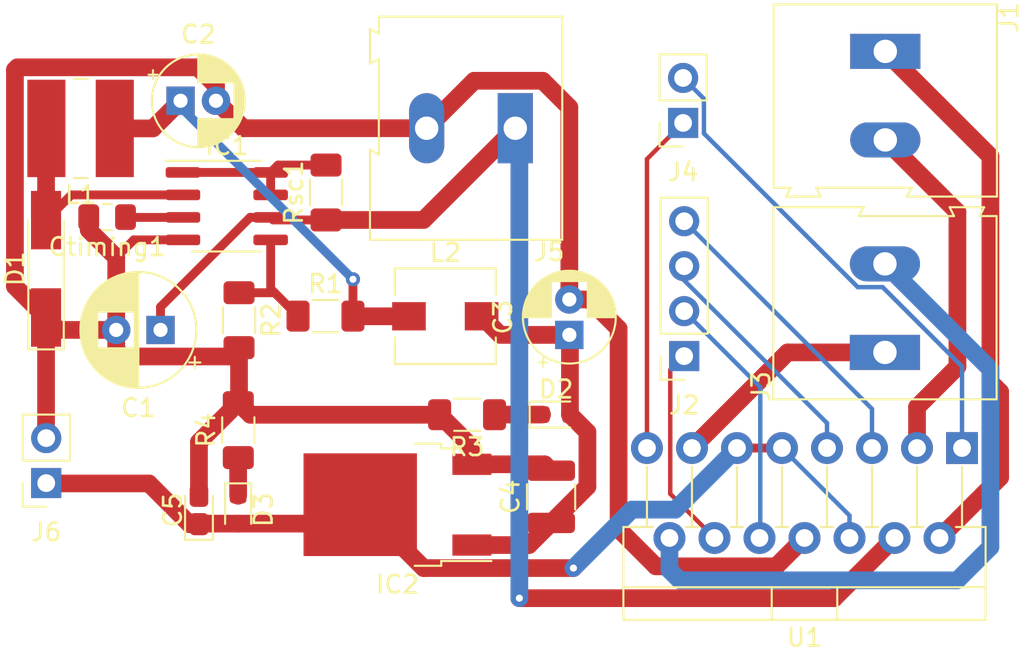
<source format=kicad_pcb>
(kicad_pcb (version 20171130) (host pcbnew "(5.1.9)-1")

  (general
    (thickness 1.6)
    (drawings 0)
    (tracks 145)
    (zones 0)
    (modules 25)
    (nets 22)
  )

  (page A4)
  (layers
    (0 F.Cu signal)
    (31 B.Cu signal)
    (32 B.Adhes user)
    (33 F.Adhes user)
    (34 B.Paste user)
    (35 F.Paste user)
    (36 B.SilkS user)
    (37 F.SilkS user)
    (38 B.Mask user)
    (39 F.Mask user)
    (40 Dwgs.User user)
    (41 Cmts.User user)
    (42 Eco1.User user)
    (43 Eco2.User user)
    (44 Edge.Cuts user)
    (45 Margin user)
    (46 B.CrtYd user)
    (47 F.CrtYd user)
    (48 B.Fab user)
    (49 F.Fab user)
  )

  (setup
    (last_trace_width 1)
    (user_trace_width 0.5)
    (user_trace_width 1)
    (trace_clearance 0.2)
    (zone_clearance 0.508)
    (zone_45_only no)
    (trace_min 0.2)
    (via_size 0.8)
    (via_drill 0.4)
    (via_min_size 0.4)
    (via_min_drill 0.3)
    (uvia_size 0.3)
    (uvia_drill 0.1)
    (uvias_allowed no)
    (uvia_min_size 0.2)
    (uvia_min_drill 0.1)
    (edge_width 0.05)
    (segment_width 0.2)
    (pcb_text_width 0.3)
    (pcb_text_size 1.5 1.5)
    (mod_edge_width 0.12)
    (mod_text_size 1 1)
    (mod_text_width 0.15)
    (pad_size 1.524 1.524)
    (pad_drill 0.762)
    (pad_to_mask_clearance 0)
    (aux_axis_origin 0 0)
    (visible_elements 7FFDFFFF)
    (pcbplotparams
      (layerselection 0x010fc_ffffffff)
      (usegerberextensions false)
      (usegerberattributes true)
      (usegerberadvancedattributes true)
      (creategerberjobfile true)
      (excludeedgelayer true)
      (linewidth 0.100000)
      (plotframeref false)
      (viasonmask false)
      (mode 1)
      (useauxorigin false)
      (hpglpennumber 1)
      (hpglpenspeed 20)
      (hpglpendiameter 15.000000)
      (psnegative false)
      (psa4output false)
      (plotreference true)
      (plotvalue true)
      (plotinvisibletext false)
      (padsonsilk false)
      (subtractmaskfromsilk false)
      (outputformat 1)
      (mirror false)
      (drillshape 1)
      (scaleselection 1)
      (outputdirectory ""))
  )

  (net 0 "")
  (net 1 VCC)
  (net 2 GND)
  (net 3 +5V)
  (net 4 +5F)
  (net 5 +3V3)
  (net 6 "Net-(Ctiming1-Pad1)")
  (net 7 "Net-(D1-Pad2)")
  (net 8 "Net-(D2-Pad1)")
  (net 9 "Net-(D3-Pad1)")
  (net 10 "Net-(IC1-Pad1)")
  (net 11 "Net-(IC1-Pad5)")
  (net 12 "Net-(J1-Pad1)")
  (net 13 "Net-(J1-Pad2)")
  (net 14 "Net-(J2-Pad1)")
  (net 15 "Net-(J2-Pad2)")
  (net 16 "Net-(J2-Pad3)")
  (net 17 "Net-(J2-Pad4)")
  (net 18 "Net-(J3-Pad2)")
  (net 19 "Net-(J3-Pad1)")
  (net 20 "Net-(J4-Pad1)")
  (net 21 "Net-(J4-Pad2)")

  (net_class Default "This is the default net class."
    (clearance 0.2)
    (trace_width 0.25)
    (via_dia 0.8)
    (via_drill 0.4)
    (uvia_dia 0.3)
    (uvia_drill 0.1)
    (add_net +3V3)
    (add_net +5F)
    (add_net +5V)
    (add_net GND)
    (add_net "Net-(Ctiming1-Pad1)")
    (add_net "Net-(D1-Pad2)")
    (add_net "Net-(D2-Pad1)")
    (add_net "Net-(D3-Pad1)")
    (add_net "Net-(IC1-Pad1)")
    (add_net "Net-(IC1-Pad5)")
    (add_net "Net-(J1-Pad1)")
    (add_net "Net-(J1-Pad2)")
    (add_net "Net-(J2-Pad1)")
    (add_net "Net-(J2-Pad2)")
    (add_net "Net-(J2-Pad3)")
    (add_net "Net-(J2-Pad4)")
    (add_net "Net-(J3-Pad1)")
    (add_net "Net-(J3-Pad2)")
    (add_net "Net-(J4-Pad1)")
    (add_net "Net-(J4-Pad2)")
    (add_net VCC)
  )

  (module Connector_PinSocket_2.54mm:PinSocket_1x02_P2.54mm_Vertical (layer F.Cu) (tedit 5A19A420) (tstamp 626283EE)
    (at 26.25 76.61 180)
    (descr "Through hole straight socket strip, 1x02, 2.54mm pitch, single row (from Kicad 4.0.7), script generated")
    (tags "Through hole socket strip THT 1x02 2.54mm single row")
    (path /6263B37B)
    (fp_text reference J6 (at 0 -2.77) (layer F.SilkS)
      (effects (font (size 1 1) (thickness 0.15)))
    )
    (fp_text value Conn_01x02 (at 0 5.31) (layer F.Fab)
      (effects (font (size 1 1) (thickness 0.15)))
    )
    (fp_line (start -1.8 4.3) (end -1.8 -1.8) (layer F.CrtYd) (width 0.05))
    (fp_line (start 1.75 4.3) (end -1.8 4.3) (layer F.CrtYd) (width 0.05))
    (fp_line (start 1.75 -1.8) (end 1.75 4.3) (layer F.CrtYd) (width 0.05))
    (fp_line (start -1.8 -1.8) (end 1.75 -1.8) (layer F.CrtYd) (width 0.05))
    (fp_line (start 0 -1.33) (end 1.33 -1.33) (layer F.SilkS) (width 0.12))
    (fp_line (start 1.33 -1.33) (end 1.33 0) (layer F.SilkS) (width 0.12))
    (fp_line (start 1.33 1.27) (end 1.33 3.87) (layer F.SilkS) (width 0.12))
    (fp_line (start -1.33 3.87) (end 1.33 3.87) (layer F.SilkS) (width 0.12))
    (fp_line (start -1.33 1.27) (end -1.33 3.87) (layer F.SilkS) (width 0.12))
    (fp_line (start -1.33 1.27) (end 1.33 1.27) (layer F.SilkS) (width 0.12))
    (fp_line (start -1.27 3.81) (end -1.27 -1.27) (layer F.Fab) (width 0.1))
    (fp_line (start 1.27 3.81) (end -1.27 3.81) (layer F.Fab) (width 0.1))
    (fp_line (start 1.27 -0.635) (end 1.27 3.81) (layer F.Fab) (width 0.1))
    (fp_line (start 0.635 -1.27) (end 1.27 -0.635) (layer F.Fab) (width 0.1))
    (fp_line (start -1.27 -1.27) (end 0.635 -1.27) (layer F.Fab) (width 0.1))
    (fp_text user %R (at 0 1.27 90) (layer F.Fab)
      (effects (font (size 1 1) (thickness 0.15)))
    )
    (pad 2 thru_hole oval (at 0 2.54 180) (size 1.7 1.7) (drill 1) (layers *.Cu *.Mask)
      (net 2 GND))
    (pad 1 thru_hole rect (at 0 0 180) (size 1.7 1.7) (drill 1) (layers *.Cu *.Mask)
      (net 5 +3V3))
    (model ${KISYS3DMOD}/Connector_PinSocket_2.54mm.3dshapes/PinSocket_1x02_P2.54mm_Vertical.wrl
      (at (xyz 0 0 0))
      (scale (xyz 1 1 1))
      (rotate (xyz 0 0 0))
    )
  )

  (module Package_TO_SOT_SMD:TO-252-2 (layer F.Cu) (tedit 5A70A390) (tstamp 62626DF3)
    (at 46.07 77.83 180)
    (descr "TO-252 / DPAK SMD package, http://www.infineon.com/cms/en/product/packages/PG-TO252/PG-TO252-3-1/")
    (tags "DPAK TO-252 DPAK-3 TO-252-3 SOT-428")
    (path /625EF06D)
    (attr smd)
    (fp_text reference IC2 (at 0 -4.5) (layer F.SilkS)
      (effects (font (size 1 1) (thickness 0.15)))
    )
    (fp_text value LD29150DT33R (at 0 4.5) (layer F.Fab)
      (effects (font (size 1 1) (thickness 0.15)))
    )
    (fp_line (start 5.55 -3.5) (end -5.55 -3.5) (layer F.CrtYd) (width 0.05))
    (fp_line (start 5.55 3.5) (end 5.55 -3.5) (layer F.CrtYd) (width 0.05))
    (fp_line (start -5.55 3.5) (end 5.55 3.5) (layer F.CrtYd) (width 0.05))
    (fp_line (start -5.55 -3.5) (end -5.55 3.5) (layer F.CrtYd) (width 0.05))
    (fp_line (start -2.47 3.18) (end -3.57 3.18) (layer F.SilkS) (width 0.12))
    (fp_line (start -2.47 3.45) (end -2.47 3.18) (layer F.SilkS) (width 0.12))
    (fp_line (start -0.97 3.45) (end -2.47 3.45) (layer F.SilkS) (width 0.12))
    (fp_line (start -2.47 -3.18) (end -5.3 -3.18) (layer F.SilkS) (width 0.12))
    (fp_line (start -2.47 -3.45) (end -2.47 -3.18) (layer F.SilkS) (width 0.12))
    (fp_line (start -0.97 -3.45) (end -2.47 -3.45) (layer F.SilkS) (width 0.12))
    (fp_line (start -4.97 2.655) (end -2.27 2.655) (layer F.Fab) (width 0.1))
    (fp_line (start -4.97 1.905) (end -4.97 2.655) (layer F.Fab) (width 0.1))
    (fp_line (start -2.27 1.905) (end -4.97 1.905) (layer F.Fab) (width 0.1))
    (fp_line (start -4.97 -1.905) (end -2.27 -1.905) (layer F.Fab) (width 0.1))
    (fp_line (start -4.97 -2.655) (end -4.97 -1.905) (layer F.Fab) (width 0.1))
    (fp_line (start -1.865 -2.655) (end -4.97 -2.655) (layer F.Fab) (width 0.1))
    (fp_line (start -1.27 -3.25) (end 3.95 -3.25) (layer F.Fab) (width 0.1))
    (fp_line (start -2.27 -2.25) (end -1.27 -3.25) (layer F.Fab) (width 0.1))
    (fp_line (start -2.27 3.25) (end -2.27 -2.25) (layer F.Fab) (width 0.1))
    (fp_line (start 3.95 3.25) (end -2.27 3.25) (layer F.Fab) (width 0.1))
    (fp_line (start 3.95 -3.25) (end 3.95 3.25) (layer F.Fab) (width 0.1))
    (fp_line (start 4.95 2.7) (end 3.95 2.7) (layer F.Fab) (width 0.1))
    (fp_line (start 4.95 -2.7) (end 4.95 2.7) (layer F.Fab) (width 0.1))
    (fp_line (start 3.95 -2.7) (end 4.95 -2.7) (layer F.Fab) (width 0.1))
    (fp_text user %R (at 0 0) (layer F.Fab)
      (effects (font (size 1 1) (thickness 0.15)))
    )
    (pad "" smd rect (at 0.425 1.525 180) (size 3.05 2.75) (layers F.Paste))
    (pad "" smd rect (at 3.775 -1.525 180) (size 3.05 2.75) (layers F.Paste))
    (pad "" smd rect (at 0.425 -1.525 180) (size 3.05 2.75) (layers F.Paste))
    (pad "" smd rect (at 3.775 1.525 180) (size 3.05 2.75) (layers F.Paste))
    (pad 2 smd rect (at 2.1 0 180) (size 6.4 5.8) (layers F.Cu F.Mask)
      (net 5 +3V3))
    (pad 3 smd rect (at -4.2 2.28 180) (size 2.2 1.2) (layers F.Cu F.Paste F.Mask)
      (net 2 GND))
    (pad 1 smd rect (at -4.2 -2.28 180) (size 2.2 1.2) (layers F.Cu F.Paste F.Mask)
      (net 4 +5F))
    (model ${KISYS3DMOD}/Package_TO_SOT_SMD.3dshapes/TO-252-2.wrl
      (at (xyz 0 0 0))
      (scale (xyz 1 1 1))
      (rotate (xyz 0 0 0))
    )
  )

  (module Package_SO:SOIC-8_3.9x4.9mm_P1.27mm (layer F.Cu) (tedit 5D9F72B1) (tstamp 6261C117)
    (at 36.44 60.97)
    (descr "SOIC, 8 Pin (JEDEC MS-012AA, https://www.analog.com/media/en/package-pcb-resources/package/pkg_pdf/soic_narrow-r/r_8.pdf), generated with kicad-footprint-generator ipc_gullwing_generator.py")
    (tags "SOIC SO")
    (path /625CC920)
    (attr smd)
    (fp_text reference IC1 (at 0 -3.4) (layer F.SilkS)
      (effects (font (size 1 1) (thickness 0.15)))
    )
    (fp_text value AZ34063UMTR-G1 (at 0 3.4) (layer F.Fab)
      (effects (font (size 1 1) (thickness 0.15)))
    )
    (fp_line (start 3.7 -2.7) (end -3.7 -2.7) (layer F.CrtYd) (width 0.05))
    (fp_line (start 3.7 2.7) (end 3.7 -2.7) (layer F.CrtYd) (width 0.05))
    (fp_line (start -3.7 2.7) (end 3.7 2.7) (layer F.CrtYd) (width 0.05))
    (fp_line (start -3.7 -2.7) (end -3.7 2.7) (layer F.CrtYd) (width 0.05))
    (fp_line (start -1.95 -1.475) (end -0.975 -2.45) (layer F.Fab) (width 0.1))
    (fp_line (start -1.95 2.45) (end -1.95 -1.475) (layer F.Fab) (width 0.1))
    (fp_line (start 1.95 2.45) (end -1.95 2.45) (layer F.Fab) (width 0.1))
    (fp_line (start 1.95 -2.45) (end 1.95 2.45) (layer F.Fab) (width 0.1))
    (fp_line (start -0.975 -2.45) (end 1.95 -2.45) (layer F.Fab) (width 0.1))
    (fp_line (start 0 -2.56) (end -3.45 -2.56) (layer F.SilkS) (width 0.12))
    (fp_line (start 0 -2.56) (end 1.95 -2.56) (layer F.SilkS) (width 0.12))
    (fp_line (start 0 2.56) (end -1.95 2.56) (layer F.SilkS) (width 0.12))
    (fp_line (start 0 2.56) (end 1.95 2.56) (layer F.SilkS) (width 0.12))
    (fp_text user %R (at 0 0) (layer F.Fab)
      (effects (font (size 0.98 0.98) (thickness 0.15)))
    )
    (pad 8 smd roundrect (at 2.475 -1.905) (size 1.95 0.6) (layers F.Cu F.Paste F.Mask) (roundrect_rratio 0.25)
      (net 10 "Net-(IC1-Pad1)"))
    (pad 7 smd roundrect (at 2.475 -0.635) (size 1.95 0.6) (layers F.Cu F.Paste F.Mask) (roundrect_rratio 0.25)
      (net 10 "Net-(IC1-Pad1)"))
    (pad 6 smd roundrect (at 2.475 0.635) (size 1.95 0.6) (layers F.Cu F.Paste F.Mask) (roundrect_rratio 0.25)
      (net 1 VCC))
    (pad 5 smd roundrect (at 2.475 1.905) (size 1.95 0.6) (layers F.Cu F.Paste F.Mask) (roundrect_rratio 0.25)
      (net 11 "Net-(IC1-Pad5)"))
    (pad 4 smd roundrect (at -2.475 1.905) (size 1.95 0.6) (layers F.Cu F.Paste F.Mask) (roundrect_rratio 0.25)
      (net 2 GND))
    (pad 3 smd roundrect (at -2.475 0.635) (size 1.95 0.6) (layers F.Cu F.Paste F.Mask) (roundrect_rratio 0.25)
      (net 6 "Net-(Ctiming1-Pad1)"))
    (pad 2 smd roundrect (at -2.475 -0.635) (size 1.95 0.6) (layers F.Cu F.Paste F.Mask) (roundrect_rratio 0.25)
      (net 7 "Net-(D1-Pad2)"))
    (pad 1 smd roundrect (at -2.475 -1.905) (size 1.95 0.6) (layers F.Cu F.Paste F.Mask) (roundrect_rratio 0.25)
      (net 10 "Net-(IC1-Pad1)"))
    (model ${KISYS3DMOD}/Package_SO.3dshapes/SOIC-8_3.9x4.9mm_P1.27mm.wrl
      (at (xyz 0 0 0))
      (scale (xyz 1 1 1))
      (rotate (xyz 0 0 0))
    )
  )

  (module Capacitor_THT:CP_Radial_D6.3mm_P2.50mm (layer F.Cu) (tedit 5AE50EF0) (tstamp 626255BD)
    (at 32.7 67.96 180)
    (descr "CP, Radial series, Radial, pin pitch=2.50mm, , diameter=6.3mm, Electrolytic Capacitor")
    (tags "CP Radial series Radial pin pitch 2.50mm  diameter 6.3mm Electrolytic Capacitor")
    (path /625D118E)
    (fp_text reference C1 (at 1.25 -4.4) (layer F.SilkS)
      (effects (font (size 1 1) (thickness 0.15)))
    )
    (fp_text value 100u (at 1.25 4.4) (layer F.Fab)
      (effects (font (size 1 1) (thickness 0.15)))
    )
    (fp_line (start -1.935241 -2.154) (end -1.935241 -1.524) (layer F.SilkS) (width 0.12))
    (fp_line (start -2.250241 -1.839) (end -1.620241 -1.839) (layer F.SilkS) (width 0.12))
    (fp_line (start 4.491 -0.402) (end 4.491 0.402) (layer F.SilkS) (width 0.12))
    (fp_line (start 4.451 -0.633) (end 4.451 0.633) (layer F.SilkS) (width 0.12))
    (fp_line (start 4.411 -0.802) (end 4.411 0.802) (layer F.SilkS) (width 0.12))
    (fp_line (start 4.371 -0.94) (end 4.371 0.94) (layer F.SilkS) (width 0.12))
    (fp_line (start 4.331 -1.059) (end 4.331 1.059) (layer F.SilkS) (width 0.12))
    (fp_line (start 4.291 -1.165) (end 4.291 1.165) (layer F.SilkS) (width 0.12))
    (fp_line (start 4.251 -1.262) (end 4.251 1.262) (layer F.SilkS) (width 0.12))
    (fp_line (start 4.211 -1.35) (end 4.211 1.35) (layer F.SilkS) (width 0.12))
    (fp_line (start 4.171 -1.432) (end 4.171 1.432) (layer F.SilkS) (width 0.12))
    (fp_line (start 4.131 -1.509) (end 4.131 1.509) (layer F.SilkS) (width 0.12))
    (fp_line (start 4.091 -1.581) (end 4.091 1.581) (layer F.SilkS) (width 0.12))
    (fp_line (start 4.051 -1.65) (end 4.051 1.65) (layer F.SilkS) (width 0.12))
    (fp_line (start 4.011 -1.714) (end 4.011 1.714) (layer F.SilkS) (width 0.12))
    (fp_line (start 3.971 -1.776) (end 3.971 1.776) (layer F.SilkS) (width 0.12))
    (fp_line (start 3.931 -1.834) (end 3.931 1.834) (layer F.SilkS) (width 0.12))
    (fp_line (start 3.891 -1.89) (end 3.891 1.89) (layer F.SilkS) (width 0.12))
    (fp_line (start 3.851 -1.944) (end 3.851 1.944) (layer F.SilkS) (width 0.12))
    (fp_line (start 3.811 -1.995) (end 3.811 1.995) (layer F.SilkS) (width 0.12))
    (fp_line (start 3.771 -2.044) (end 3.771 2.044) (layer F.SilkS) (width 0.12))
    (fp_line (start 3.731 -2.092) (end 3.731 2.092) (layer F.SilkS) (width 0.12))
    (fp_line (start 3.691 -2.137) (end 3.691 2.137) (layer F.SilkS) (width 0.12))
    (fp_line (start 3.651 -2.182) (end 3.651 2.182) (layer F.SilkS) (width 0.12))
    (fp_line (start 3.611 -2.224) (end 3.611 2.224) (layer F.SilkS) (width 0.12))
    (fp_line (start 3.571 -2.265) (end 3.571 2.265) (layer F.SilkS) (width 0.12))
    (fp_line (start 3.531 1.04) (end 3.531 2.305) (layer F.SilkS) (width 0.12))
    (fp_line (start 3.531 -2.305) (end 3.531 -1.04) (layer F.SilkS) (width 0.12))
    (fp_line (start 3.491 1.04) (end 3.491 2.343) (layer F.SilkS) (width 0.12))
    (fp_line (start 3.491 -2.343) (end 3.491 -1.04) (layer F.SilkS) (width 0.12))
    (fp_line (start 3.451 1.04) (end 3.451 2.38) (layer F.SilkS) (width 0.12))
    (fp_line (start 3.451 -2.38) (end 3.451 -1.04) (layer F.SilkS) (width 0.12))
    (fp_line (start 3.411 1.04) (end 3.411 2.416) (layer F.SilkS) (width 0.12))
    (fp_line (start 3.411 -2.416) (end 3.411 -1.04) (layer F.SilkS) (width 0.12))
    (fp_line (start 3.371 1.04) (end 3.371 2.45) (layer F.SilkS) (width 0.12))
    (fp_line (start 3.371 -2.45) (end 3.371 -1.04) (layer F.SilkS) (width 0.12))
    (fp_line (start 3.331 1.04) (end 3.331 2.484) (layer F.SilkS) (width 0.12))
    (fp_line (start 3.331 -2.484) (end 3.331 -1.04) (layer F.SilkS) (width 0.12))
    (fp_line (start 3.291 1.04) (end 3.291 2.516) (layer F.SilkS) (width 0.12))
    (fp_line (start 3.291 -2.516) (end 3.291 -1.04) (layer F.SilkS) (width 0.12))
    (fp_line (start 3.251 1.04) (end 3.251 2.548) (layer F.SilkS) (width 0.12))
    (fp_line (start 3.251 -2.548) (end 3.251 -1.04) (layer F.SilkS) (width 0.12))
    (fp_line (start 3.211 1.04) (end 3.211 2.578) (layer F.SilkS) (width 0.12))
    (fp_line (start 3.211 -2.578) (end 3.211 -1.04) (layer F.SilkS) (width 0.12))
    (fp_line (start 3.171 1.04) (end 3.171 2.607) (layer F.SilkS) (width 0.12))
    (fp_line (start 3.171 -2.607) (end 3.171 -1.04) (layer F.SilkS) (width 0.12))
    (fp_line (start 3.131 1.04) (end 3.131 2.636) (layer F.SilkS) (width 0.12))
    (fp_line (start 3.131 -2.636) (end 3.131 -1.04) (layer F.SilkS) (width 0.12))
    (fp_line (start 3.091 1.04) (end 3.091 2.664) (layer F.SilkS) (width 0.12))
    (fp_line (start 3.091 -2.664) (end 3.091 -1.04) (layer F.SilkS) (width 0.12))
    (fp_line (start 3.051 1.04) (end 3.051 2.69) (layer F.SilkS) (width 0.12))
    (fp_line (start 3.051 -2.69) (end 3.051 -1.04) (layer F.SilkS) (width 0.12))
    (fp_line (start 3.011 1.04) (end 3.011 2.716) (layer F.SilkS) (width 0.12))
    (fp_line (start 3.011 -2.716) (end 3.011 -1.04) (layer F.SilkS) (width 0.12))
    (fp_line (start 2.971 1.04) (end 2.971 2.742) (layer F.SilkS) (width 0.12))
    (fp_line (start 2.971 -2.742) (end 2.971 -1.04) (layer F.SilkS) (width 0.12))
    (fp_line (start 2.931 1.04) (end 2.931 2.766) (layer F.SilkS) (width 0.12))
    (fp_line (start 2.931 -2.766) (end 2.931 -1.04) (layer F.SilkS) (width 0.12))
    (fp_line (start 2.891 1.04) (end 2.891 2.79) (layer F.SilkS) (width 0.12))
    (fp_line (start 2.891 -2.79) (end 2.891 -1.04) (layer F.SilkS) (width 0.12))
    (fp_line (start 2.851 1.04) (end 2.851 2.812) (layer F.SilkS) (width 0.12))
    (fp_line (start 2.851 -2.812) (end 2.851 -1.04) (layer F.SilkS) (width 0.12))
    (fp_line (start 2.811 1.04) (end 2.811 2.834) (layer F.SilkS) (width 0.12))
    (fp_line (start 2.811 -2.834) (end 2.811 -1.04) (layer F.SilkS) (width 0.12))
    (fp_line (start 2.771 1.04) (end 2.771 2.856) (layer F.SilkS) (width 0.12))
    (fp_line (start 2.771 -2.856) (end 2.771 -1.04) (layer F.SilkS) (width 0.12))
    (fp_line (start 2.731 1.04) (end 2.731 2.876) (layer F.SilkS) (width 0.12))
    (fp_line (start 2.731 -2.876) (end 2.731 -1.04) (layer F.SilkS) (width 0.12))
    (fp_line (start 2.691 1.04) (end 2.691 2.896) (layer F.SilkS) (width 0.12))
    (fp_line (start 2.691 -2.896) (end 2.691 -1.04) (layer F.SilkS) (width 0.12))
    (fp_line (start 2.651 1.04) (end 2.651 2.916) (layer F.SilkS) (width 0.12))
    (fp_line (start 2.651 -2.916) (end 2.651 -1.04) (layer F.SilkS) (width 0.12))
    (fp_line (start 2.611 1.04) (end 2.611 2.934) (layer F.SilkS) (width 0.12))
    (fp_line (start 2.611 -2.934) (end 2.611 -1.04) (layer F.SilkS) (width 0.12))
    (fp_line (start 2.571 1.04) (end 2.571 2.952) (layer F.SilkS) (width 0.12))
    (fp_line (start 2.571 -2.952) (end 2.571 -1.04) (layer F.SilkS) (width 0.12))
    (fp_line (start 2.531 1.04) (end 2.531 2.97) (layer F.SilkS) (width 0.12))
    (fp_line (start 2.531 -2.97) (end 2.531 -1.04) (layer F.SilkS) (width 0.12))
    (fp_line (start 2.491 1.04) (end 2.491 2.986) (layer F.SilkS) (width 0.12))
    (fp_line (start 2.491 -2.986) (end 2.491 -1.04) (layer F.SilkS) (width 0.12))
    (fp_line (start 2.451 1.04) (end 2.451 3.002) (layer F.SilkS) (width 0.12))
    (fp_line (start 2.451 -3.002) (end 2.451 -1.04) (layer F.SilkS) (width 0.12))
    (fp_line (start 2.411 1.04) (end 2.411 3.018) (layer F.SilkS) (width 0.12))
    (fp_line (start 2.411 -3.018) (end 2.411 -1.04) (layer F.SilkS) (width 0.12))
    (fp_line (start 2.371 1.04) (end 2.371 3.033) (layer F.SilkS) (width 0.12))
    (fp_line (start 2.371 -3.033) (end 2.371 -1.04) (layer F.SilkS) (width 0.12))
    (fp_line (start 2.331 1.04) (end 2.331 3.047) (layer F.SilkS) (width 0.12))
    (fp_line (start 2.331 -3.047) (end 2.331 -1.04) (layer F.SilkS) (width 0.12))
    (fp_line (start 2.291 1.04) (end 2.291 3.061) (layer F.SilkS) (width 0.12))
    (fp_line (start 2.291 -3.061) (end 2.291 -1.04) (layer F.SilkS) (width 0.12))
    (fp_line (start 2.251 1.04) (end 2.251 3.074) (layer F.SilkS) (width 0.12))
    (fp_line (start 2.251 -3.074) (end 2.251 -1.04) (layer F.SilkS) (width 0.12))
    (fp_line (start 2.211 1.04) (end 2.211 3.086) (layer F.SilkS) (width 0.12))
    (fp_line (start 2.211 -3.086) (end 2.211 -1.04) (layer F.SilkS) (width 0.12))
    (fp_line (start 2.171 1.04) (end 2.171 3.098) (layer F.SilkS) (width 0.12))
    (fp_line (start 2.171 -3.098) (end 2.171 -1.04) (layer F.SilkS) (width 0.12))
    (fp_line (start 2.131 1.04) (end 2.131 3.11) (layer F.SilkS) (width 0.12))
    (fp_line (start 2.131 -3.11) (end 2.131 -1.04) (layer F.SilkS) (width 0.12))
    (fp_line (start 2.091 1.04) (end 2.091 3.121) (layer F.SilkS) (width 0.12))
    (fp_line (start 2.091 -3.121) (end 2.091 -1.04) (layer F.SilkS) (width 0.12))
    (fp_line (start 2.051 1.04) (end 2.051 3.131) (layer F.SilkS) (width 0.12))
    (fp_line (start 2.051 -3.131) (end 2.051 -1.04) (layer F.SilkS) (width 0.12))
    (fp_line (start 2.011 1.04) (end 2.011 3.141) (layer F.SilkS) (width 0.12))
    (fp_line (start 2.011 -3.141) (end 2.011 -1.04) (layer F.SilkS) (width 0.12))
    (fp_line (start 1.971 1.04) (end 1.971 3.15) (layer F.SilkS) (width 0.12))
    (fp_line (start 1.971 -3.15) (end 1.971 -1.04) (layer F.SilkS) (width 0.12))
    (fp_line (start 1.93 1.04) (end 1.93 3.159) (layer F.SilkS) (width 0.12))
    (fp_line (start 1.93 -3.159) (end 1.93 -1.04) (layer F.SilkS) (width 0.12))
    (fp_line (start 1.89 1.04) (end 1.89 3.167) (layer F.SilkS) (width 0.12))
    (fp_line (start 1.89 -3.167) (end 1.89 -1.04) (layer F.SilkS) (width 0.12))
    (fp_line (start 1.85 1.04) (end 1.85 3.175) (layer F.SilkS) (width 0.12))
    (fp_line (start 1.85 -3.175) (end 1.85 -1.04) (layer F.SilkS) (width 0.12))
    (fp_line (start 1.81 1.04) (end 1.81 3.182) (layer F.SilkS) (width 0.12))
    (fp_line (start 1.81 -3.182) (end 1.81 -1.04) (layer F.SilkS) (width 0.12))
    (fp_line (start 1.77 1.04) (end 1.77 3.189) (layer F.SilkS) (width 0.12))
    (fp_line (start 1.77 -3.189) (end 1.77 -1.04) (layer F.SilkS) (width 0.12))
    (fp_line (start 1.73 1.04) (end 1.73 3.195) (layer F.SilkS) (width 0.12))
    (fp_line (start 1.73 -3.195) (end 1.73 -1.04) (layer F.SilkS) (width 0.12))
    (fp_line (start 1.69 1.04) (end 1.69 3.201) (layer F.SilkS) (width 0.12))
    (fp_line (start 1.69 -3.201) (end 1.69 -1.04) (layer F.SilkS) (width 0.12))
    (fp_line (start 1.65 1.04) (end 1.65 3.206) (layer F.SilkS) (width 0.12))
    (fp_line (start 1.65 -3.206) (end 1.65 -1.04) (layer F.SilkS) (width 0.12))
    (fp_line (start 1.61 1.04) (end 1.61 3.211) (layer F.SilkS) (width 0.12))
    (fp_line (start 1.61 -3.211) (end 1.61 -1.04) (layer F.SilkS) (width 0.12))
    (fp_line (start 1.57 1.04) (end 1.57 3.215) (layer F.SilkS) (width 0.12))
    (fp_line (start 1.57 -3.215) (end 1.57 -1.04) (layer F.SilkS) (width 0.12))
    (fp_line (start 1.53 1.04) (end 1.53 3.218) (layer F.SilkS) (width 0.12))
    (fp_line (start 1.53 -3.218) (end 1.53 -1.04) (layer F.SilkS) (width 0.12))
    (fp_line (start 1.49 1.04) (end 1.49 3.222) (layer F.SilkS) (width 0.12))
    (fp_line (start 1.49 -3.222) (end 1.49 -1.04) (layer F.SilkS) (width 0.12))
    (fp_line (start 1.45 -3.224) (end 1.45 3.224) (layer F.SilkS) (width 0.12))
    (fp_line (start 1.41 -3.227) (end 1.41 3.227) (layer F.SilkS) (width 0.12))
    (fp_line (start 1.37 -3.228) (end 1.37 3.228) (layer F.SilkS) (width 0.12))
    (fp_line (start 1.33 -3.23) (end 1.33 3.23) (layer F.SilkS) (width 0.12))
    (fp_line (start 1.29 -3.23) (end 1.29 3.23) (layer F.SilkS) (width 0.12))
    (fp_line (start 1.25 -3.23) (end 1.25 3.23) (layer F.SilkS) (width 0.12))
    (fp_line (start -1.128972 -1.6885) (end -1.128972 -1.0585) (layer F.Fab) (width 0.1))
    (fp_line (start -1.443972 -1.3735) (end -0.813972 -1.3735) (layer F.Fab) (width 0.1))
    (fp_circle (center 1.25 0) (end 4.65 0) (layer F.CrtYd) (width 0.05))
    (fp_circle (center 1.25 0) (end 4.52 0) (layer F.SilkS) (width 0.12))
    (fp_circle (center 1.25 0) (end 4.4 0) (layer F.Fab) (width 0.1))
    (fp_text user %R (at 1.25 0) (layer F.Fab)
      (effects (font (size 1 1) (thickness 0.15)))
    )
    (pad 1 thru_hole rect (at 0 0 180) (size 1.6 1.6) (drill 0.8) (layers *.Cu *.Mask)
      (net 1 VCC))
    (pad 2 thru_hole circle (at 2.5 0 180) (size 1.6 1.6) (drill 0.8) (layers *.Cu *.Mask)
      (net 2 GND))
    (model ${KISYS3DMOD}/Capacitor_THT.3dshapes/CP_Radial_D6.3mm_P2.50mm.wrl
      (at (xyz 0 0 0))
      (scale (xyz 1 1 1))
      (rotate (xyz 0 0 0))
    )
  )

  (module Capacitor_THT:CP_Radial_D5.0mm_P2.00mm (layer F.Cu) (tedit 5AE50EF0) (tstamp 6260DAA3)
    (at 33.83 55.02)
    (descr "CP, Radial series, Radial, pin pitch=2.00mm, , diameter=5mm, Electrolytic Capacitor")
    (tags "CP Radial series Radial pin pitch 2.00mm  diameter 5mm Electrolytic Capacitor")
    (path /625DE7A5)
    (fp_text reference C2 (at 1 -3.75) (layer F.SilkS)
      (effects (font (size 1 1) (thickness 0.15)))
    )
    (fp_text value 470p (at 1 3.75) (layer F.Fab)
      (effects (font (size 1 1) (thickness 0.15)))
    )
    (fp_circle (center 1 0) (end 3.5 0) (layer F.Fab) (width 0.1))
    (fp_circle (center 1 0) (end 3.62 0) (layer F.SilkS) (width 0.12))
    (fp_circle (center 1 0) (end 3.75 0) (layer F.CrtYd) (width 0.05))
    (fp_line (start -1.133605 -1.0875) (end -0.633605 -1.0875) (layer F.Fab) (width 0.1))
    (fp_line (start -0.883605 -1.3375) (end -0.883605 -0.8375) (layer F.Fab) (width 0.1))
    (fp_line (start 1 1.04) (end 1 2.58) (layer F.SilkS) (width 0.12))
    (fp_line (start 1 -2.58) (end 1 -1.04) (layer F.SilkS) (width 0.12))
    (fp_line (start 1.04 1.04) (end 1.04 2.58) (layer F.SilkS) (width 0.12))
    (fp_line (start 1.04 -2.58) (end 1.04 -1.04) (layer F.SilkS) (width 0.12))
    (fp_line (start 1.08 -2.579) (end 1.08 -1.04) (layer F.SilkS) (width 0.12))
    (fp_line (start 1.08 1.04) (end 1.08 2.579) (layer F.SilkS) (width 0.12))
    (fp_line (start 1.12 -2.578) (end 1.12 -1.04) (layer F.SilkS) (width 0.12))
    (fp_line (start 1.12 1.04) (end 1.12 2.578) (layer F.SilkS) (width 0.12))
    (fp_line (start 1.16 -2.576) (end 1.16 -1.04) (layer F.SilkS) (width 0.12))
    (fp_line (start 1.16 1.04) (end 1.16 2.576) (layer F.SilkS) (width 0.12))
    (fp_line (start 1.2 -2.573) (end 1.2 -1.04) (layer F.SilkS) (width 0.12))
    (fp_line (start 1.2 1.04) (end 1.2 2.573) (layer F.SilkS) (width 0.12))
    (fp_line (start 1.24 -2.569) (end 1.24 -1.04) (layer F.SilkS) (width 0.12))
    (fp_line (start 1.24 1.04) (end 1.24 2.569) (layer F.SilkS) (width 0.12))
    (fp_line (start 1.28 -2.565) (end 1.28 -1.04) (layer F.SilkS) (width 0.12))
    (fp_line (start 1.28 1.04) (end 1.28 2.565) (layer F.SilkS) (width 0.12))
    (fp_line (start 1.32 -2.561) (end 1.32 -1.04) (layer F.SilkS) (width 0.12))
    (fp_line (start 1.32 1.04) (end 1.32 2.561) (layer F.SilkS) (width 0.12))
    (fp_line (start 1.36 -2.556) (end 1.36 -1.04) (layer F.SilkS) (width 0.12))
    (fp_line (start 1.36 1.04) (end 1.36 2.556) (layer F.SilkS) (width 0.12))
    (fp_line (start 1.4 -2.55) (end 1.4 -1.04) (layer F.SilkS) (width 0.12))
    (fp_line (start 1.4 1.04) (end 1.4 2.55) (layer F.SilkS) (width 0.12))
    (fp_line (start 1.44 -2.543) (end 1.44 -1.04) (layer F.SilkS) (width 0.12))
    (fp_line (start 1.44 1.04) (end 1.44 2.543) (layer F.SilkS) (width 0.12))
    (fp_line (start 1.48 -2.536) (end 1.48 -1.04) (layer F.SilkS) (width 0.12))
    (fp_line (start 1.48 1.04) (end 1.48 2.536) (layer F.SilkS) (width 0.12))
    (fp_line (start 1.52 -2.528) (end 1.52 -1.04) (layer F.SilkS) (width 0.12))
    (fp_line (start 1.52 1.04) (end 1.52 2.528) (layer F.SilkS) (width 0.12))
    (fp_line (start 1.56 -2.52) (end 1.56 -1.04) (layer F.SilkS) (width 0.12))
    (fp_line (start 1.56 1.04) (end 1.56 2.52) (layer F.SilkS) (width 0.12))
    (fp_line (start 1.6 -2.511) (end 1.6 -1.04) (layer F.SilkS) (width 0.12))
    (fp_line (start 1.6 1.04) (end 1.6 2.511) (layer F.SilkS) (width 0.12))
    (fp_line (start 1.64 -2.501) (end 1.64 -1.04) (layer F.SilkS) (width 0.12))
    (fp_line (start 1.64 1.04) (end 1.64 2.501) (layer F.SilkS) (width 0.12))
    (fp_line (start 1.68 -2.491) (end 1.68 -1.04) (layer F.SilkS) (width 0.12))
    (fp_line (start 1.68 1.04) (end 1.68 2.491) (layer F.SilkS) (width 0.12))
    (fp_line (start 1.721 -2.48) (end 1.721 -1.04) (layer F.SilkS) (width 0.12))
    (fp_line (start 1.721 1.04) (end 1.721 2.48) (layer F.SilkS) (width 0.12))
    (fp_line (start 1.761 -2.468) (end 1.761 -1.04) (layer F.SilkS) (width 0.12))
    (fp_line (start 1.761 1.04) (end 1.761 2.468) (layer F.SilkS) (width 0.12))
    (fp_line (start 1.801 -2.455) (end 1.801 -1.04) (layer F.SilkS) (width 0.12))
    (fp_line (start 1.801 1.04) (end 1.801 2.455) (layer F.SilkS) (width 0.12))
    (fp_line (start 1.841 -2.442) (end 1.841 -1.04) (layer F.SilkS) (width 0.12))
    (fp_line (start 1.841 1.04) (end 1.841 2.442) (layer F.SilkS) (width 0.12))
    (fp_line (start 1.881 -2.428) (end 1.881 -1.04) (layer F.SilkS) (width 0.12))
    (fp_line (start 1.881 1.04) (end 1.881 2.428) (layer F.SilkS) (width 0.12))
    (fp_line (start 1.921 -2.414) (end 1.921 -1.04) (layer F.SilkS) (width 0.12))
    (fp_line (start 1.921 1.04) (end 1.921 2.414) (layer F.SilkS) (width 0.12))
    (fp_line (start 1.961 -2.398) (end 1.961 -1.04) (layer F.SilkS) (width 0.12))
    (fp_line (start 1.961 1.04) (end 1.961 2.398) (layer F.SilkS) (width 0.12))
    (fp_line (start 2.001 -2.382) (end 2.001 -1.04) (layer F.SilkS) (width 0.12))
    (fp_line (start 2.001 1.04) (end 2.001 2.382) (layer F.SilkS) (width 0.12))
    (fp_line (start 2.041 -2.365) (end 2.041 -1.04) (layer F.SilkS) (width 0.12))
    (fp_line (start 2.041 1.04) (end 2.041 2.365) (layer F.SilkS) (width 0.12))
    (fp_line (start 2.081 -2.348) (end 2.081 -1.04) (layer F.SilkS) (width 0.12))
    (fp_line (start 2.081 1.04) (end 2.081 2.348) (layer F.SilkS) (width 0.12))
    (fp_line (start 2.121 -2.329) (end 2.121 -1.04) (layer F.SilkS) (width 0.12))
    (fp_line (start 2.121 1.04) (end 2.121 2.329) (layer F.SilkS) (width 0.12))
    (fp_line (start 2.161 -2.31) (end 2.161 -1.04) (layer F.SilkS) (width 0.12))
    (fp_line (start 2.161 1.04) (end 2.161 2.31) (layer F.SilkS) (width 0.12))
    (fp_line (start 2.201 -2.29) (end 2.201 -1.04) (layer F.SilkS) (width 0.12))
    (fp_line (start 2.201 1.04) (end 2.201 2.29) (layer F.SilkS) (width 0.12))
    (fp_line (start 2.241 -2.268) (end 2.241 -1.04) (layer F.SilkS) (width 0.12))
    (fp_line (start 2.241 1.04) (end 2.241 2.268) (layer F.SilkS) (width 0.12))
    (fp_line (start 2.281 -2.247) (end 2.281 -1.04) (layer F.SilkS) (width 0.12))
    (fp_line (start 2.281 1.04) (end 2.281 2.247) (layer F.SilkS) (width 0.12))
    (fp_line (start 2.321 -2.224) (end 2.321 -1.04) (layer F.SilkS) (width 0.12))
    (fp_line (start 2.321 1.04) (end 2.321 2.224) (layer F.SilkS) (width 0.12))
    (fp_line (start 2.361 -2.2) (end 2.361 -1.04) (layer F.SilkS) (width 0.12))
    (fp_line (start 2.361 1.04) (end 2.361 2.2) (layer F.SilkS) (width 0.12))
    (fp_line (start 2.401 -2.175) (end 2.401 -1.04) (layer F.SilkS) (width 0.12))
    (fp_line (start 2.401 1.04) (end 2.401 2.175) (layer F.SilkS) (width 0.12))
    (fp_line (start 2.441 -2.149) (end 2.441 -1.04) (layer F.SilkS) (width 0.12))
    (fp_line (start 2.441 1.04) (end 2.441 2.149) (layer F.SilkS) (width 0.12))
    (fp_line (start 2.481 -2.122) (end 2.481 -1.04) (layer F.SilkS) (width 0.12))
    (fp_line (start 2.481 1.04) (end 2.481 2.122) (layer F.SilkS) (width 0.12))
    (fp_line (start 2.521 -2.095) (end 2.521 -1.04) (layer F.SilkS) (width 0.12))
    (fp_line (start 2.521 1.04) (end 2.521 2.095) (layer F.SilkS) (width 0.12))
    (fp_line (start 2.561 -2.065) (end 2.561 -1.04) (layer F.SilkS) (width 0.12))
    (fp_line (start 2.561 1.04) (end 2.561 2.065) (layer F.SilkS) (width 0.12))
    (fp_line (start 2.601 -2.035) (end 2.601 -1.04) (layer F.SilkS) (width 0.12))
    (fp_line (start 2.601 1.04) (end 2.601 2.035) (layer F.SilkS) (width 0.12))
    (fp_line (start 2.641 -2.004) (end 2.641 -1.04) (layer F.SilkS) (width 0.12))
    (fp_line (start 2.641 1.04) (end 2.641 2.004) (layer F.SilkS) (width 0.12))
    (fp_line (start 2.681 -1.971) (end 2.681 -1.04) (layer F.SilkS) (width 0.12))
    (fp_line (start 2.681 1.04) (end 2.681 1.971) (layer F.SilkS) (width 0.12))
    (fp_line (start 2.721 -1.937) (end 2.721 -1.04) (layer F.SilkS) (width 0.12))
    (fp_line (start 2.721 1.04) (end 2.721 1.937) (layer F.SilkS) (width 0.12))
    (fp_line (start 2.761 -1.901) (end 2.761 -1.04) (layer F.SilkS) (width 0.12))
    (fp_line (start 2.761 1.04) (end 2.761 1.901) (layer F.SilkS) (width 0.12))
    (fp_line (start 2.801 -1.864) (end 2.801 -1.04) (layer F.SilkS) (width 0.12))
    (fp_line (start 2.801 1.04) (end 2.801 1.864) (layer F.SilkS) (width 0.12))
    (fp_line (start 2.841 -1.826) (end 2.841 -1.04) (layer F.SilkS) (width 0.12))
    (fp_line (start 2.841 1.04) (end 2.841 1.826) (layer F.SilkS) (width 0.12))
    (fp_line (start 2.881 -1.785) (end 2.881 -1.04) (layer F.SilkS) (width 0.12))
    (fp_line (start 2.881 1.04) (end 2.881 1.785) (layer F.SilkS) (width 0.12))
    (fp_line (start 2.921 -1.743) (end 2.921 -1.04) (layer F.SilkS) (width 0.12))
    (fp_line (start 2.921 1.04) (end 2.921 1.743) (layer F.SilkS) (width 0.12))
    (fp_line (start 2.961 -1.699) (end 2.961 -1.04) (layer F.SilkS) (width 0.12))
    (fp_line (start 2.961 1.04) (end 2.961 1.699) (layer F.SilkS) (width 0.12))
    (fp_line (start 3.001 -1.653) (end 3.001 -1.04) (layer F.SilkS) (width 0.12))
    (fp_line (start 3.001 1.04) (end 3.001 1.653) (layer F.SilkS) (width 0.12))
    (fp_line (start 3.041 -1.605) (end 3.041 1.605) (layer F.SilkS) (width 0.12))
    (fp_line (start 3.081 -1.554) (end 3.081 1.554) (layer F.SilkS) (width 0.12))
    (fp_line (start 3.121 -1.5) (end 3.121 1.5) (layer F.SilkS) (width 0.12))
    (fp_line (start 3.161 -1.443) (end 3.161 1.443) (layer F.SilkS) (width 0.12))
    (fp_line (start 3.201 -1.383) (end 3.201 1.383) (layer F.SilkS) (width 0.12))
    (fp_line (start 3.241 -1.319) (end 3.241 1.319) (layer F.SilkS) (width 0.12))
    (fp_line (start 3.281 -1.251) (end 3.281 1.251) (layer F.SilkS) (width 0.12))
    (fp_line (start 3.321 -1.178) (end 3.321 1.178) (layer F.SilkS) (width 0.12))
    (fp_line (start 3.361 -1.098) (end 3.361 1.098) (layer F.SilkS) (width 0.12))
    (fp_line (start 3.401 -1.011) (end 3.401 1.011) (layer F.SilkS) (width 0.12))
    (fp_line (start 3.441 -0.915) (end 3.441 0.915) (layer F.SilkS) (width 0.12))
    (fp_line (start 3.481 -0.805) (end 3.481 0.805) (layer F.SilkS) (width 0.12))
    (fp_line (start 3.521 -0.677) (end 3.521 0.677) (layer F.SilkS) (width 0.12))
    (fp_line (start 3.561 -0.518) (end 3.561 0.518) (layer F.SilkS) (width 0.12))
    (fp_line (start 3.601 -0.284) (end 3.601 0.284) (layer F.SilkS) (width 0.12))
    (fp_line (start -1.804775 -1.475) (end -1.304775 -1.475) (layer F.SilkS) (width 0.12))
    (fp_line (start -1.554775 -1.725) (end -1.554775 -1.225) (layer F.SilkS) (width 0.12))
    (fp_text user %R (at 1 0) (layer F.Fab)
      (effects (font (size 1 1) (thickness 0.15)))
    )
    (pad 2 thru_hole circle (at 2 0) (size 1.6 1.6) (drill 0.8) (layers *.Cu *.Mask)
      (net 2 GND))
    (pad 1 thru_hole rect (at 0 0) (size 1.6 1.6) (drill 0.8) (layers *.Cu *.Mask)
      (net 3 +5V))
    (model ${KISYS3DMOD}/Capacitor_THT.3dshapes/CP_Radial_D5.0mm_P2.00mm.wrl
      (at (xyz 0 0 0))
      (scale (xyz 1 1 1))
      (rotate (xyz 0 0 0))
    )
  )

  (module Capacitor_THT:CP_Radial_D5.0mm_P2.00mm (layer F.Cu) (tedit 5AE50EF0) (tstamp 6260DB26)
    (at 55.77 68.24 90)
    (descr "CP, Radial series, Radial, pin pitch=2.00mm, , diameter=5mm, Electrolytic Capacitor")
    (tags "CP Radial series Radial pin pitch 2.00mm  diameter 5mm Electrolytic Capacitor")
    (path /625EE059)
    (fp_text reference C3 (at 1 -3.75 90) (layer F.SilkS)
      (effects (font (size 1 1) (thickness 0.15)))
    )
    (fp_text value 100u (at 1 3.75 90) (layer F.Fab)
      (effects (font (size 1 1) (thickness 0.15)))
    )
    (fp_line (start -1.554775 -1.725) (end -1.554775 -1.225) (layer F.SilkS) (width 0.12))
    (fp_line (start -1.804775 -1.475) (end -1.304775 -1.475) (layer F.SilkS) (width 0.12))
    (fp_line (start 3.601 -0.284) (end 3.601 0.284) (layer F.SilkS) (width 0.12))
    (fp_line (start 3.561 -0.518) (end 3.561 0.518) (layer F.SilkS) (width 0.12))
    (fp_line (start 3.521 -0.677) (end 3.521 0.677) (layer F.SilkS) (width 0.12))
    (fp_line (start 3.481 -0.805) (end 3.481 0.805) (layer F.SilkS) (width 0.12))
    (fp_line (start 3.441 -0.915) (end 3.441 0.915) (layer F.SilkS) (width 0.12))
    (fp_line (start 3.401 -1.011) (end 3.401 1.011) (layer F.SilkS) (width 0.12))
    (fp_line (start 3.361 -1.098) (end 3.361 1.098) (layer F.SilkS) (width 0.12))
    (fp_line (start 3.321 -1.178) (end 3.321 1.178) (layer F.SilkS) (width 0.12))
    (fp_line (start 3.281 -1.251) (end 3.281 1.251) (layer F.SilkS) (width 0.12))
    (fp_line (start 3.241 -1.319) (end 3.241 1.319) (layer F.SilkS) (width 0.12))
    (fp_line (start 3.201 -1.383) (end 3.201 1.383) (layer F.SilkS) (width 0.12))
    (fp_line (start 3.161 -1.443) (end 3.161 1.443) (layer F.SilkS) (width 0.12))
    (fp_line (start 3.121 -1.5) (end 3.121 1.5) (layer F.SilkS) (width 0.12))
    (fp_line (start 3.081 -1.554) (end 3.081 1.554) (layer F.SilkS) (width 0.12))
    (fp_line (start 3.041 -1.605) (end 3.041 1.605) (layer F.SilkS) (width 0.12))
    (fp_line (start 3.001 1.04) (end 3.001 1.653) (layer F.SilkS) (width 0.12))
    (fp_line (start 3.001 -1.653) (end 3.001 -1.04) (layer F.SilkS) (width 0.12))
    (fp_line (start 2.961 1.04) (end 2.961 1.699) (layer F.SilkS) (width 0.12))
    (fp_line (start 2.961 -1.699) (end 2.961 -1.04) (layer F.SilkS) (width 0.12))
    (fp_line (start 2.921 1.04) (end 2.921 1.743) (layer F.SilkS) (width 0.12))
    (fp_line (start 2.921 -1.743) (end 2.921 -1.04) (layer F.SilkS) (width 0.12))
    (fp_line (start 2.881 1.04) (end 2.881 1.785) (layer F.SilkS) (width 0.12))
    (fp_line (start 2.881 -1.785) (end 2.881 -1.04) (layer F.SilkS) (width 0.12))
    (fp_line (start 2.841 1.04) (end 2.841 1.826) (layer F.SilkS) (width 0.12))
    (fp_line (start 2.841 -1.826) (end 2.841 -1.04) (layer F.SilkS) (width 0.12))
    (fp_line (start 2.801 1.04) (end 2.801 1.864) (layer F.SilkS) (width 0.12))
    (fp_line (start 2.801 -1.864) (end 2.801 -1.04) (layer F.SilkS) (width 0.12))
    (fp_line (start 2.761 1.04) (end 2.761 1.901) (layer F.SilkS) (width 0.12))
    (fp_line (start 2.761 -1.901) (end 2.761 -1.04) (layer F.SilkS) (width 0.12))
    (fp_line (start 2.721 1.04) (end 2.721 1.937) (layer F.SilkS) (width 0.12))
    (fp_line (start 2.721 -1.937) (end 2.721 -1.04) (layer F.SilkS) (width 0.12))
    (fp_line (start 2.681 1.04) (end 2.681 1.971) (layer F.SilkS) (width 0.12))
    (fp_line (start 2.681 -1.971) (end 2.681 -1.04) (layer F.SilkS) (width 0.12))
    (fp_line (start 2.641 1.04) (end 2.641 2.004) (layer F.SilkS) (width 0.12))
    (fp_line (start 2.641 -2.004) (end 2.641 -1.04) (layer F.SilkS) (width 0.12))
    (fp_line (start 2.601 1.04) (end 2.601 2.035) (layer F.SilkS) (width 0.12))
    (fp_line (start 2.601 -2.035) (end 2.601 -1.04) (layer F.SilkS) (width 0.12))
    (fp_line (start 2.561 1.04) (end 2.561 2.065) (layer F.SilkS) (width 0.12))
    (fp_line (start 2.561 -2.065) (end 2.561 -1.04) (layer F.SilkS) (width 0.12))
    (fp_line (start 2.521 1.04) (end 2.521 2.095) (layer F.SilkS) (width 0.12))
    (fp_line (start 2.521 -2.095) (end 2.521 -1.04) (layer F.SilkS) (width 0.12))
    (fp_line (start 2.481 1.04) (end 2.481 2.122) (layer F.SilkS) (width 0.12))
    (fp_line (start 2.481 -2.122) (end 2.481 -1.04) (layer F.SilkS) (width 0.12))
    (fp_line (start 2.441 1.04) (end 2.441 2.149) (layer F.SilkS) (width 0.12))
    (fp_line (start 2.441 -2.149) (end 2.441 -1.04) (layer F.SilkS) (width 0.12))
    (fp_line (start 2.401 1.04) (end 2.401 2.175) (layer F.SilkS) (width 0.12))
    (fp_line (start 2.401 -2.175) (end 2.401 -1.04) (layer F.SilkS) (width 0.12))
    (fp_line (start 2.361 1.04) (end 2.361 2.2) (layer F.SilkS) (width 0.12))
    (fp_line (start 2.361 -2.2) (end 2.361 -1.04) (layer F.SilkS) (width 0.12))
    (fp_line (start 2.321 1.04) (end 2.321 2.224) (layer F.SilkS) (width 0.12))
    (fp_line (start 2.321 -2.224) (end 2.321 -1.04) (layer F.SilkS) (width 0.12))
    (fp_line (start 2.281 1.04) (end 2.281 2.247) (layer F.SilkS) (width 0.12))
    (fp_line (start 2.281 -2.247) (end 2.281 -1.04) (layer F.SilkS) (width 0.12))
    (fp_line (start 2.241 1.04) (end 2.241 2.268) (layer F.SilkS) (width 0.12))
    (fp_line (start 2.241 -2.268) (end 2.241 -1.04) (layer F.SilkS) (width 0.12))
    (fp_line (start 2.201 1.04) (end 2.201 2.29) (layer F.SilkS) (width 0.12))
    (fp_line (start 2.201 -2.29) (end 2.201 -1.04) (layer F.SilkS) (width 0.12))
    (fp_line (start 2.161 1.04) (end 2.161 2.31) (layer F.SilkS) (width 0.12))
    (fp_line (start 2.161 -2.31) (end 2.161 -1.04) (layer F.SilkS) (width 0.12))
    (fp_line (start 2.121 1.04) (end 2.121 2.329) (layer F.SilkS) (width 0.12))
    (fp_line (start 2.121 -2.329) (end 2.121 -1.04) (layer F.SilkS) (width 0.12))
    (fp_line (start 2.081 1.04) (end 2.081 2.348) (layer F.SilkS) (width 0.12))
    (fp_line (start 2.081 -2.348) (end 2.081 -1.04) (layer F.SilkS) (width 0.12))
    (fp_line (start 2.041 1.04) (end 2.041 2.365) (layer F.SilkS) (width 0.12))
    (fp_line (start 2.041 -2.365) (end 2.041 -1.04) (layer F.SilkS) (width 0.12))
    (fp_line (start 2.001 1.04) (end 2.001 2.382) (layer F.SilkS) (width 0.12))
    (fp_line (start 2.001 -2.382) (end 2.001 -1.04) (layer F.SilkS) (width 0.12))
    (fp_line (start 1.961 1.04) (end 1.961 2.398) (layer F.SilkS) (width 0.12))
    (fp_line (start 1.961 -2.398) (end 1.961 -1.04) (layer F.SilkS) (width 0.12))
    (fp_line (start 1.921 1.04) (end 1.921 2.414) (layer F.SilkS) (width 0.12))
    (fp_line (start 1.921 -2.414) (end 1.921 -1.04) (layer F.SilkS) (width 0.12))
    (fp_line (start 1.881 1.04) (end 1.881 2.428) (layer F.SilkS) (width 0.12))
    (fp_line (start 1.881 -2.428) (end 1.881 -1.04) (layer F.SilkS) (width 0.12))
    (fp_line (start 1.841 1.04) (end 1.841 2.442) (layer F.SilkS) (width 0.12))
    (fp_line (start 1.841 -2.442) (end 1.841 -1.04) (layer F.SilkS) (width 0.12))
    (fp_line (start 1.801 1.04) (end 1.801 2.455) (layer F.SilkS) (width 0.12))
    (fp_line (start 1.801 -2.455) (end 1.801 -1.04) (layer F.SilkS) (width 0.12))
    (fp_line (start 1.761 1.04) (end 1.761 2.468) (layer F.SilkS) (width 0.12))
    (fp_line (start 1.761 -2.468) (end 1.761 -1.04) (layer F.SilkS) (width 0.12))
    (fp_line (start 1.721 1.04) (end 1.721 2.48) (layer F.SilkS) (width 0.12))
    (fp_line (start 1.721 -2.48) (end 1.721 -1.04) (layer F.SilkS) (width 0.12))
    (fp_line (start 1.68 1.04) (end 1.68 2.491) (layer F.SilkS) (width 0.12))
    (fp_line (start 1.68 -2.491) (end 1.68 -1.04) (layer F.SilkS) (width 0.12))
    (fp_line (start 1.64 1.04) (end 1.64 2.501) (layer F.SilkS) (width 0.12))
    (fp_line (start 1.64 -2.501) (end 1.64 -1.04) (layer F.SilkS) (width 0.12))
    (fp_line (start 1.6 1.04) (end 1.6 2.511) (layer F.SilkS) (width 0.12))
    (fp_line (start 1.6 -2.511) (end 1.6 -1.04) (layer F.SilkS) (width 0.12))
    (fp_line (start 1.56 1.04) (end 1.56 2.52) (layer F.SilkS) (width 0.12))
    (fp_line (start 1.56 -2.52) (end 1.56 -1.04) (layer F.SilkS) (width 0.12))
    (fp_line (start 1.52 1.04) (end 1.52 2.528) (layer F.SilkS) (width 0.12))
    (fp_line (start 1.52 -2.528) (end 1.52 -1.04) (layer F.SilkS) (width 0.12))
    (fp_line (start 1.48 1.04) (end 1.48 2.536) (layer F.SilkS) (width 0.12))
    (fp_line (start 1.48 -2.536) (end 1.48 -1.04) (layer F.SilkS) (width 0.12))
    (fp_line (start 1.44 1.04) (end 1.44 2.543) (layer F.SilkS) (width 0.12))
    (fp_line (start 1.44 -2.543) (end 1.44 -1.04) (layer F.SilkS) (width 0.12))
    (fp_line (start 1.4 1.04) (end 1.4 2.55) (layer F.SilkS) (width 0.12))
    (fp_line (start 1.4 -2.55) (end 1.4 -1.04) (layer F.SilkS) (width 0.12))
    (fp_line (start 1.36 1.04) (end 1.36 2.556) (layer F.SilkS) (width 0.12))
    (fp_line (start 1.36 -2.556) (end 1.36 -1.04) (layer F.SilkS) (width 0.12))
    (fp_line (start 1.32 1.04) (end 1.32 2.561) (layer F.SilkS) (width 0.12))
    (fp_line (start 1.32 -2.561) (end 1.32 -1.04) (layer F.SilkS) (width 0.12))
    (fp_line (start 1.28 1.04) (end 1.28 2.565) (layer F.SilkS) (width 0.12))
    (fp_line (start 1.28 -2.565) (end 1.28 -1.04) (layer F.SilkS) (width 0.12))
    (fp_line (start 1.24 1.04) (end 1.24 2.569) (layer F.SilkS) (width 0.12))
    (fp_line (start 1.24 -2.569) (end 1.24 -1.04) (layer F.SilkS) (width 0.12))
    (fp_line (start 1.2 1.04) (end 1.2 2.573) (layer F.SilkS) (width 0.12))
    (fp_line (start 1.2 -2.573) (end 1.2 -1.04) (layer F.SilkS) (width 0.12))
    (fp_line (start 1.16 1.04) (end 1.16 2.576) (layer F.SilkS) (width 0.12))
    (fp_line (start 1.16 -2.576) (end 1.16 -1.04) (layer F.SilkS) (width 0.12))
    (fp_line (start 1.12 1.04) (end 1.12 2.578) (layer F.SilkS) (width 0.12))
    (fp_line (start 1.12 -2.578) (end 1.12 -1.04) (layer F.SilkS) (width 0.12))
    (fp_line (start 1.08 1.04) (end 1.08 2.579) (layer F.SilkS) (width 0.12))
    (fp_line (start 1.08 -2.579) (end 1.08 -1.04) (layer F.SilkS) (width 0.12))
    (fp_line (start 1.04 -2.58) (end 1.04 -1.04) (layer F.SilkS) (width 0.12))
    (fp_line (start 1.04 1.04) (end 1.04 2.58) (layer F.SilkS) (width 0.12))
    (fp_line (start 1 -2.58) (end 1 -1.04) (layer F.SilkS) (width 0.12))
    (fp_line (start 1 1.04) (end 1 2.58) (layer F.SilkS) (width 0.12))
    (fp_line (start -0.883605 -1.3375) (end -0.883605 -0.8375) (layer F.Fab) (width 0.1))
    (fp_line (start -1.133605 -1.0875) (end -0.633605 -1.0875) (layer F.Fab) (width 0.1))
    (fp_circle (center 1 0) (end 3.75 0) (layer F.CrtYd) (width 0.05))
    (fp_circle (center 1 0) (end 3.62 0) (layer F.SilkS) (width 0.12))
    (fp_circle (center 1 0) (end 3.5 0) (layer F.Fab) (width 0.1))
    (fp_text user %R (at 1 0 90) (layer F.Fab)
      (effects (font (size 1 1) (thickness 0.15)))
    )
    (pad 1 thru_hole rect (at 0 0 90) (size 1.6 1.6) (drill 0.8) (layers *.Cu *.Mask)
      (net 4 +5F))
    (pad 2 thru_hole circle (at 2 0 90) (size 1.6 1.6) (drill 0.8) (layers *.Cu *.Mask)
      (net 2 GND))
    (model ${KISYS3DMOD}/Capacitor_THT.3dshapes/CP_Radial_D5.0mm_P2.00mm.wrl
      (at (xyz 0 0 0))
      (scale (xyz 1 1 1))
      (rotate (xyz 0 0 0))
    )
  )

  (module Capacitor_SMD:C_1210_3225Metric (layer F.Cu) (tedit 5F68FEEE) (tstamp 62627135)
    (at 54.74 77.385 90)
    (descr "Capacitor SMD 1210 (3225 Metric), square (rectangular) end terminal, IPC_7351 nominal, (Body size source: IPC-SM-782 page 76, https://www.pcb-3d.com/wordpress/wp-content/uploads/ipc-sm-782a_amendment_1_and_2.pdf), generated with kicad-footprint-generator")
    (tags capacitor)
    (path /625F4756)
    (attr smd)
    (fp_text reference C4 (at 0 -2.3 90) (layer F.SilkS)
      (effects (font (size 1 1) (thickness 0.15)))
    )
    (fp_text value 330p (at 0 2.3 90) (layer F.Fab)
      (effects (font (size 1 1) (thickness 0.15)))
    )
    (fp_line (start 2.3 1.6) (end -2.3 1.6) (layer F.CrtYd) (width 0.05))
    (fp_line (start 2.3 -1.6) (end 2.3 1.6) (layer F.CrtYd) (width 0.05))
    (fp_line (start -2.3 -1.6) (end 2.3 -1.6) (layer F.CrtYd) (width 0.05))
    (fp_line (start -2.3 1.6) (end -2.3 -1.6) (layer F.CrtYd) (width 0.05))
    (fp_line (start -0.711252 1.36) (end 0.711252 1.36) (layer F.SilkS) (width 0.12))
    (fp_line (start -0.711252 -1.36) (end 0.711252 -1.36) (layer F.SilkS) (width 0.12))
    (fp_line (start 1.6 1.25) (end -1.6 1.25) (layer F.Fab) (width 0.1))
    (fp_line (start 1.6 -1.25) (end 1.6 1.25) (layer F.Fab) (width 0.1))
    (fp_line (start -1.6 -1.25) (end 1.6 -1.25) (layer F.Fab) (width 0.1))
    (fp_line (start -1.6 1.25) (end -1.6 -1.25) (layer F.Fab) (width 0.1))
    (fp_text user %R (at 0 0 90) (layer F.Fab)
      (effects (font (size 0.8 0.8) (thickness 0.12)))
    )
    (pad 1 smd roundrect (at -1.475 0 90) (size 1.15 2.7) (layers F.Cu F.Paste F.Mask) (roundrect_rratio 0.217391)
      (net 4 +5F))
    (pad 2 smd roundrect (at 1.475 0 90) (size 1.15 2.7) (layers F.Cu F.Paste F.Mask) (roundrect_rratio 0.217391)
      (net 2 GND))
    (model ${KISYS3DMOD}/Capacitor_SMD.3dshapes/C_1210_3225Metric.wrl
      (at (xyz 0 0 0))
      (scale (xyz 1 1 1))
      (rotate (xyz 0 0 0))
    )
  )

  (module Capacitor_Tantalum_SMD:CP_EIA-1608-10_AVX-L_Pad1.25x1.05mm_HandSolder (layer F.Cu) (tedit 5EBA9318) (tstamp 6260DB4A)
    (at 34.87 78.13 90)
    (descr "Tantalum Capacitor SMD AVX-L (1608-10 Metric), IPC_7351 nominal, (Body size from: https://www.vishay.com/docs/48064/_t58_vmn_pt0471_1601.pdf), generated with kicad-footprint-generator")
    (tags "capacitor tantalum")
    (path /625F7A7E)
    (attr smd)
    (fp_text reference C5 (at 0 -1.48 90) (layer F.SilkS)
      (effects (font (size 1 1) (thickness 0.15)))
    )
    (fp_text value 10u (at 0 1.48 90) (layer F.Fab)
      (effects (font (size 1 1) (thickness 0.15)))
    )
    (fp_line (start 1.68 0.78) (end -1.68 0.78) (layer F.CrtYd) (width 0.05))
    (fp_line (start 1.68 -0.78) (end 1.68 0.78) (layer F.CrtYd) (width 0.05))
    (fp_line (start -1.68 -0.78) (end 1.68 -0.78) (layer F.CrtYd) (width 0.05))
    (fp_line (start -1.68 0.78) (end -1.68 -0.78) (layer F.CrtYd) (width 0.05))
    (fp_line (start -1.685 0.785) (end 0.8 0.785) (layer F.SilkS) (width 0.12))
    (fp_line (start -1.685 -0.785) (end -1.685 0.785) (layer F.SilkS) (width 0.12))
    (fp_line (start 0.8 -0.785) (end -1.685 -0.785) (layer F.SilkS) (width 0.12))
    (fp_line (start 0.8 0.425) (end 0.8 -0.425) (layer F.Fab) (width 0.1))
    (fp_line (start -0.8 0.425) (end 0.8 0.425) (layer F.Fab) (width 0.1))
    (fp_line (start -0.8 -0.125) (end -0.8 0.425) (layer F.Fab) (width 0.1))
    (fp_line (start -0.5 -0.425) (end -0.8 -0.125) (layer F.Fab) (width 0.1))
    (fp_line (start 0.8 -0.425) (end -0.5 -0.425) (layer F.Fab) (width 0.1))
    (fp_text user %R (at 0 0 90) (layer F.Fab)
      (effects (font (size 0.4 0.4) (thickness 0.06)))
    )
    (pad 1 smd roundrect (at -0.8 0 90) (size 1.25 1.05) (layers F.Cu F.Paste F.Mask) (roundrect_rratio 0.238095)
      (net 5 +3V3))
    (pad 2 smd roundrect (at 0.8 0 90) (size 1.25 1.05) (layers F.Cu F.Paste F.Mask) (roundrect_rratio 0.238095)
      (net 2 GND))
    (model ${KISYS3DMOD}/Capacitor_Tantalum_SMD.3dshapes/CP_EIA-1608-10_AVX-L.wrl
      (at (xyz 0 0 0))
      (scale (xyz 1 1 1))
      (rotate (xyz 0 0 0))
    )
  )

  (module Capacitor_SMD:C_0805_2012Metric_Pad1.18x1.45mm_HandSolder (layer F.Cu) (tedit 5F68FEEF) (tstamp 626254C2)
    (at 29.6875 61.59 180)
    (descr "Capacitor SMD 0805 (2012 Metric), square (rectangular) end terminal, IPC_7351 nominal with elongated pad for handsoldering. (Body size source: IPC-SM-782 page 76, https://www.pcb-3d.com/wordpress/wp-content/uploads/ipc-sm-782a_amendment_1_and_2.pdf, https://docs.google.com/spreadsheets/d/1BsfQQcO9C6DZCsRaXUlFlo91Tg2WpOkGARC1WS5S8t0/edit?usp=sharing), generated with kicad-footprint-generator")
    (tags "capacitor handsolder")
    (path /625D2CD9)
    (attr smd)
    (fp_text reference Ctiming1 (at 0 -1.68) (layer F.SilkS)
      (effects (font (size 1 1) (thickness 0.15)))
    )
    (fp_text value 470p (at 0 1.68) (layer F.Fab)
      (effects (font (size 1 1) (thickness 0.15)))
    )
    (fp_line (start 1.88 0.98) (end -1.88 0.98) (layer F.CrtYd) (width 0.05))
    (fp_line (start 1.88 -0.98) (end 1.88 0.98) (layer F.CrtYd) (width 0.05))
    (fp_line (start -1.88 -0.98) (end 1.88 -0.98) (layer F.CrtYd) (width 0.05))
    (fp_line (start -1.88 0.98) (end -1.88 -0.98) (layer F.CrtYd) (width 0.05))
    (fp_line (start -0.261252 0.735) (end 0.261252 0.735) (layer F.SilkS) (width 0.12))
    (fp_line (start -0.261252 -0.735) (end 0.261252 -0.735) (layer F.SilkS) (width 0.12))
    (fp_line (start 1 0.625) (end -1 0.625) (layer F.Fab) (width 0.1))
    (fp_line (start 1 -0.625) (end 1 0.625) (layer F.Fab) (width 0.1))
    (fp_line (start -1 -0.625) (end 1 -0.625) (layer F.Fab) (width 0.1))
    (fp_line (start -1 0.625) (end -1 -0.625) (layer F.Fab) (width 0.1))
    (fp_text user %R (at 0 0) (layer F.Fab)
      (effects (font (size 0.5 0.5) (thickness 0.08)))
    )
    (pad 1 smd roundrect (at -1.0375 0 180) (size 1.175 1.45) (layers F.Cu F.Paste F.Mask) (roundrect_rratio 0.212766)
      (net 6 "Net-(Ctiming1-Pad1)"))
    (pad 2 smd roundrect (at 1.0375 0 180) (size 1.175 1.45) (layers F.Cu F.Paste F.Mask) (roundrect_rratio 0.212766)
      (net 2 GND))
    (model ${KISYS3DMOD}/Capacitor_SMD.3dshapes/C_0805_2012Metric.wrl
      (at (xyz 0 0 0))
      (scale (xyz 1 1 1))
      (rotate (xyz 0 0 0))
    )
  )

  (module Diode_SMD:D_MiniMELF_Handsoldering (layer F.Cu) (tedit 5905D919) (tstamp 626254FA)
    (at 26.24 64.51 90)
    (descr "Diode Mini-MELF (SOD-80) Handsoldering")
    (tags "Diode Mini-MELF (SOD-80) Handsoldering")
    (path /625EBEA3)
    (attr smd)
    (fp_text reference D1 (at 0 -1.75 90) (layer F.SilkS)
      (effects (font (size 1 1) (thickness 0.15)))
    )
    (fp_text value SS110-HF (at 0 1.75 90) (layer F.Fab)
      (effects (font (size 1 1) (thickness 0.15)))
    )
    (fp_line (start -4.65 1.1) (end -4.65 -1.1) (layer F.CrtYd) (width 0.05))
    (fp_line (start 4.65 1.1) (end -4.65 1.1) (layer F.CrtYd) (width 0.05))
    (fp_line (start 4.65 -1.1) (end 4.65 1.1) (layer F.CrtYd) (width 0.05))
    (fp_line (start -4.65 -1.1) (end 4.65 -1.1) (layer F.CrtYd) (width 0.05))
    (fp_line (start -0.75 0) (end -0.35 0) (layer F.Fab) (width 0.1))
    (fp_line (start -0.35 0) (end -0.35 -0.55) (layer F.Fab) (width 0.1))
    (fp_line (start -0.35 0) (end -0.35 0.55) (layer F.Fab) (width 0.1))
    (fp_line (start -0.35 0) (end 0.25 -0.4) (layer F.Fab) (width 0.1))
    (fp_line (start 0.25 -0.4) (end 0.25 0.4) (layer F.Fab) (width 0.1))
    (fp_line (start 0.25 0.4) (end -0.35 0) (layer F.Fab) (width 0.1))
    (fp_line (start 0.25 0) (end 0.75 0) (layer F.Fab) (width 0.1))
    (fp_line (start -1.65 -0.8) (end 1.65 -0.8) (layer F.Fab) (width 0.1))
    (fp_line (start -1.65 0.8) (end -1.65 -0.8) (layer F.Fab) (width 0.1))
    (fp_line (start 1.65 0.8) (end -1.65 0.8) (layer F.Fab) (width 0.1))
    (fp_line (start 1.65 -0.8) (end 1.65 0.8) (layer F.Fab) (width 0.1))
    (fp_line (start -4.55 1) (end 2.75 1) (layer F.SilkS) (width 0.12))
    (fp_line (start -4.55 -1) (end -4.55 1) (layer F.SilkS) (width 0.12))
    (fp_line (start 2.75 -1) (end -4.55 -1) (layer F.SilkS) (width 0.12))
    (fp_text user %R (at 0 -1.75 90) (layer F.Fab)
      (effects (font (size 1 1) (thickness 0.15)))
    )
    (pad 1 smd rect (at -2.75 0 90) (size 3.3 1.7) (layers F.Cu F.Paste F.Mask)
      (net 2 GND))
    (pad 2 smd rect (at 2.75 0 90) (size 3.3 1.7) (layers F.Cu F.Paste F.Mask)
      (net 7 "Net-(D1-Pad2)"))
    (model ${KISYS3DMOD}/Diode_SMD.3dshapes/D_MiniMELF.wrl
      (at (xyz 0 0 0))
      (scale (xyz 1 1 1))
      (rotate (xyz 0 0 0))
    )
  )

  (module LED_SMD:LED_0603_1608Metric (layer F.Cu) (tedit 5F68FEF1) (tstamp 6261C4EE)
    (at 55.0175 72.74)
    (descr "LED SMD 0603 (1608 Metric), square (rectangular) end terminal, IPC_7351 nominal, (Body size source: http://www.tortai-tech.com/upload/download/2011102023233369053.pdf), generated with kicad-footprint-generator")
    (tags LED)
    (path /625FC9EA)
    (attr smd)
    (fp_text reference D2 (at 0 -1.43) (layer F.SilkS)
      (effects (font (size 1 1) (thickness 0.15)))
    )
    (fp_text value LED (at 0 1.43) (layer F.Fab)
      (effects (font (size 1 1) (thickness 0.15)))
    )
    (fp_line (start 0.8 -0.4) (end -0.5 -0.4) (layer F.Fab) (width 0.1))
    (fp_line (start -0.5 -0.4) (end -0.8 -0.1) (layer F.Fab) (width 0.1))
    (fp_line (start -0.8 -0.1) (end -0.8 0.4) (layer F.Fab) (width 0.1))
    (fp_line (start -0.8 0.4) (end 0.8 0.4) (layer F.Fab) (width 0.1))
    (fp_line (start 0.8 0.4) (end 0.8 -0.4) (layer F.Fab) (width 0.1))
    (fp_line (start 0.8 -0.735) (end -1.485 -0.735) (layer F.SilkS) (width 0.12))
    (fp_line (start -1.485 -0.735) (end -1.485 0.735) (layer F.SilkS) (width 0.12))
    (fp_line (start -1.485 0.735) (end 0.8 0.735) (layer F.SilkS) (width 0.12))
    (fp_line (start -1.48 0.73) (end -1.48 -0.73) (layer F.CrtYd) (width 0.05))
    (fp_line (start -1.48 -0.73) (end 1.48 -0.73) (layer F.CrtYd) (width 0.05))
    (fp_line (start 1.48 -0.73) (end 1.48 0.73) (layer F.CrtYd) (width 0.05))
    (fp_line (start 1.48 0.73) (end -1.48 0.73) (layer F.CrtYd) (width 0.05))
    (fp_text user %R (at 0 0) (layer F.Fab)
      (effects (font (size 0.4 0.4) (thickness 0.06)))
    )
    (pad 2 smd roundrect (at 0.7875 0) (size 0.875 0.95) (layers F.Cu F.Paste F.Mask) (roundrect_rratio 0.25)
      (net 4 +5F))
    (pad 1 smd roundrect (at -0.7875 0) (size 0.875 0.95) (layers F.Cu F.Paste F.Mask) (roundrect_rratio 0.25)
      (net 8 "Net-(D2-Pad1)"))
    (model ${KISYS3DMOD}/LED_SMD.3dshapes/LED_0603_1608Metric.wrl
      (at (xyz 0 0 0))
      (scale (xyz 1 1 1))
      (rotate (xyz 0 0 0))
    )
  )

  (module LED_SMD:LED_0603_1608Metric (layer F.Cu) (tedit 5F68FEF1) (tstamp 6260DB9A)
    (at 37.08 78.1125 270)
    (descr "LED SMD 0603 (1608 Metric), square (rectangular) end terminal, IPC_7351 nominal, (Body size source: http://www.tortai-tech.com/upload/download/2011102023233369053.pdf), generated with kicad-footprint-generator")
    (tags LED)
    (path /625FDD60)
    (attr smd)
    (fp_text reference D3 (at 0 -1.43 90) (layer F.SilkS)
      (effects (font (size 1 1) (thickness 0.15)))
    )
    (fp_text value LED (at 0 1.43 90) (layer F.Fab)
      (effects (font (size 1 1) (thickness 0.15)))
    )
    (fp_line (start 1.48 0.73) (end -1.48 0.73) (layer F.CrtYd) (width 0.05))
    (fp_line (start 1.48 -0.73) (end 1.48 0.73) (layer F.CrtYd) (width 0.05))
    (fp_line (start -1.48 -0.73) (end 1.48 -0.73) (layer F.CrtYd) (width 0.05))
    (fp_line (start -1.48 0.73) (end -1.48 -0.73) (layer F.CrtYd) (width 0.05))
    (fp_line (start -1.485 0.735) (end 0.8 0.735) (layer F.SilkS) (width 0.12))
    (fp_line (start -1.485 -0.735) (end -1.485 0.735) (layer F.SilkS) (width 0.12))
    (fp_line (start 0.8 -0.735) (end -1.485 -0.735) (layer F.SilkS) (width 0.12))
    (fp_line (start 0.8 0.4) (end 0.8 -0.4) (layer F.Fab) (width 0.1))
    (fp_line (start -0.8 0.4) (end 0.8 0.4) (layer F.Fab) (width 0.1))
    (fp_line (start -0.8 -0.1) (end -0.8 0.4) (layer F.Fab) (width 0.1))
    (fp_line (start -0.5 -0.4) (end -0.8 -0.1) (layer F.Fab) (width 0.1))
    (fp_line (start 0.8 -0.4) (end -0.5 -0.4) (layer F.Fab) (width 0.1))
    (fp_text user %R (at 0 0 90) (layer F.Fab)
      (effects (font (size 0.4 0.4) (thickness 0.06)))
    )
    (pad 1 smd roundrect (at -0.7875 0 270) (size 0.875 0.95) (layers F.Cu F.Paste F.Mask) (roundrect_rratio 0.25)
      (net 9 "Net-(D3-Pad1)"))
    (pad 2 smd roundrect (at 0.7875 0 270) (size 0.875 0.95) (layers F.Cu F.Paste F.Mask) (roundrect_rratio 0.25)
      (net 5 +3V3))
    (model ${KISYS3DMOD}/LED_SMD.3dshapes/LED_0603_1608Metric.wrl
      (at (xyz 0 0 0))
      (scale (xyz 1 1 1))
      (rotate (xyz 0 0 0))
    )
  )

  (module TerminalBlock:TerminalBlock_Altech_AK300-2_P5.00mm (layer F.Cu) (tedit 59FF0306) (tstamp 62630C57)
    (at 73.6 52.23 270)
    (descr "Altech AK300 terminal block, pitch 5.0mm, 45 degree angled, see http://www.mouser.com/ds/2/16/PCBMETRC-24178.pdf")
    (tags "Altech AK300 terminal block pitch 5.0mm")
    (path /62623617)
    (fp_text reference J1 (at -1.92 -6.99 90) (layer F.SilkS)
      (effects (font (size 1 1) (thickness 0.15)))
    )
    (fp_text value Screw_Terminal_01x02 (at 2.78 7.75 90) (layer F.Fab)
      (effects (font (size 1 1) (thickness 0.15)))
    )
    (fp_line (start 8.36 6.47) (end -2.83 6.47) (layer F.CrtYd) (width 0.05))
    (fp_line (start 8.36 6.47) (end 8.36 -6.47) (layer F.CrtYd) (width 0.05))
    (fp_line (start -2.83 -6.47) (end -2.83 6.47) (layer F.CrtYd) (width 0.05))
    (fp_line (start -2.83 -6.47) (end 8.36 -6.47) (layer F.CrtYd) (width 0.05))
    (fp_line (start 3.36 -0.25) (end 6.67 -0.25) (layer F.Fab) (width 0.1))
    (fp_line (start 2.98 -0.25) (end 3.36 -0.25) (layer F.Fab) (width 0.1))
    (fp_line (start 7.05 -0.25) (end 6.67 -0.25) (layer F.Fab) (width 0.1))
    (fp_line (start 6.67 -0.64) (end 3.36 -0.64) (layer F.Fab) (width 0.1))
    (fp_line (start 7.61 -0.64) (end 6.67 -0.64) (layer F.Fab) (width 0.1))
    (fp_line (start 1.66 -0.64) (end 3.36 -0.64) (layer F.Fab) (width 0.1))
    (fp_line (start -1.64 -0.64) (end 1.66 -0.64) (layer F.Fab) (width 0.1))
    (fp_line (start -2.58 -0.64) (end -1.64 -0.64) (layer F.Fab) (width 0.1))
    (fp_line (start 1.66 -0.25) (end -1.64 -0.25) (layer F.Fab) (width 0.1))
    (fp_line (start 2.04 -0.25) (end 1.66 -0.25) (layer F.Fab) (width 0.1))
    (fp_line (start -2.02 -0.25) (end -1.64 -0.25) (layer F.Fab) (width 0.1))
    (fp_line (start -1.49 -4.32) (end 1.56 -4.95) (layer F.Fab) (width 0.1))
    (fp_line (start -1.62 -4.45) (end 1.44 -5.08) (layer F.Fab) (width 0.1))
    (fp_line (start 3.52 -4.32) (end 6.56 -4.95) (layer F.Fab) (width 0.1))
    (fp_line (start 3.39 -4.45) (end 6.44 -5.08) (layer F.Fab) (width 0.1))
    (fp_line (start 2.04 -5.97) (end -2.02 -5.97) (layer F.Fab) (width 0.1))
    (fp_line (start -2.02 -3.43) (end -2.02 -5.97) (layer F.Fab) (width 0.1))
    (fp_line (start 2.04 -3.43) (end -2.02 -3.43) (layer F.Fab) (width 0.1))
    (fp_line (start 2.04 -3.43) (end 2.04 -5.97) (layer F.Fab) (width 0.1))
    (fp_line (start 7.05 -3.43) (end 2.98 -3.43) (layer F.Fab) (width 0.1))
    (fp_line (start 7.05 -5.97) (end 7.05 -3.43) (layer F.Fab) (width 0.1))
    (fp_line (start 2.98 -5.97) (end 7.05 -5.97) (layer F.Fab) (width 0.1))
    (fp_line (start 2.98 -3.43) (end 2.98 -5.97) (layer F.Fab) (width 0.1))
    (fp_line (start 7.61 -3.17) (end 7.61 -1.65) (layer F.Fab) (width 0.1))
    (fp_line (start -2.58 -3.17) (end -2.58 -6.22) (layer F.Fab) (width 0.1))
    (fp_line (start -2.58 -3.17) (end 7.61 -3.17) (layer F.Fab) (width 0.1))
    (fp_line (start 7.61 -0.64) (end 7.61 4.06) (layer F.Fab) (width 0.1))
    (fp_line (start 7.61 -1.65) (end 7.61 -0.64) (layer F.Fab) (width 0.1))
    (fp_line (start -2.58 -0.64) (end -2.58 -3.17) (layer F.Fab) (width 0.1))
    (fp_line (start -2.58 6.22) (end -2.58 -0.64) (layer F.Fab) (width 0.1))
    (fp_line (start 6.67 0.51) (end 6.28 0.51) (layer F.Fab) (width 0.1))
    (fp_line (start 3.36 0.51) (end 3.74 0.51) (layer F.Fab) (width 0.1))
    (fp_line (start 1.66 0.51) (end 1.28 0.51) (layer F.Fab) (width 0.1))
    (fp_line (start -1.64 0.51) (end -1.26 0.51) (layer F.Fab) (width 0.1))
    (fp_line (start -1.64 3.68) (end -1.64 0.51) (layer F.Fab) (width 0.1))
    (fp_line (start 1.66 3.68) (end -1.64 3.68) (layer F.Fab) (width 0.1))
    (fp_line (start 1.66 3.68) (end 1.66 0.51) (layer F.Fab) (width 0.1))
    (fp_line (start 3.36 3.68) (end 3.36 0.51) (layer F.Fab) (width 0.1))
    (fp_line (start 6.67 3.68) (end 3.36 3.68) (layer F.Fab) (width 0.1))
    (fp_line (start 6.67 3.68) (end 6.67 0.51) (layer F.Fab) (width 0.1))
    (fp_line (start -2.02 4.32) (end -2.02 6.22) (layer F.Fab) (width 0.1))
    (fp_line (start 2.04 4.32) (end 2.04 -0.25) (layer F.Fab) (width 0.1))
    (fp_line (start 2.04 4.32) (end -2.02 4.32) (layer F.Fab) (width 0.1))
    (fp_line (start 7.05 4.32) (end 7.05 6.22) (layer F.Fab) (width 0.1))
    (fp_line (start 2.98 4.32) (end 2.98 -0.25) (layer F.Fab) (width 0.1))
    (fp_line (start 2.98 4.32) (end 7.05 4.32) (layer F.Fab) (width 0.1))
    (fp_line (start -2.02 6.22) (end 2.04 6.22) (layer F.Fab) (width 0.1))
    (fp_line (start -2.58 6.22) (end -2.02 6.22) (layer F.Fab) (width 0.1))
    (fp_line (start -2.02 -0.25) (end -2.02 4.32) (layer F.Fab) (width 0.1))
    (fp_line (start 2.04 6.22) (end 2.98 6.22) (layer F.Fab) (width 0.1))
    (fp_line (start 2.04 6.22) (end 2.04 4.32) (layer F.Fab) (width 0.1))
    (fp_line (start 7.05 6.22) (end 7.61 6.22) (layer F.Fab) (width 0.1))
    (fp_line (start 2.98 6.22) (end 7.05 6.22) (layer F.Fab) (width 0.1))
    (fp_line (start 7.05 -0.25) (end 7.05 4.32) (layer F.Fab) (width 0.1))
    (fp_line (start 2.98 6.22) (end 2.98 4.32) (layer F.Fab) (width 0.1))
    (fp_line (start 8.11 3.81) (end 8.11 5.46) (layer F.Fab) (width 0.1))
    (fp_line (start 7.61 4.06) (end 7.61 5.21) (layer F.Fab) (width 0.1))
    (fp_line (start 8.11 3.81) (end 7.61 4.06) (layer F.Fab) (width 0.1))
    (fp_line (start 7.61 5.21) (end 7.61 6.22) (layer F.Fab) (width 0.1))
    (fp_line (start 8.11 5.46) (end 7.61 5.21) (layer F.Fab) (width 0.1))
    (fp_line (start 8.11 -1.4) (end 7.61 -1.65) (layer F.Fab) (width 0.1))
    (fp_line (start 8.11 -6.22) (end 8.11 -1.4) (layer F.Fab) (width 0.1))
    (fp_line (start 7.61 -6.22) (end 8.11 -6.22) (layer F.Fab) (width 0.1))
    (fp_line (start 7.61 -6.22) (end -2.58 -6.22) (layer F.Fab) (width 0.1))
    (fp_line (start 7.61 -6.22) (end 7.61 -3.17) (layer F.Fab) (width 0.1))
    (fp_line (start 3.74 2.54) (end 3.74 -0.25) (layer F.Fab) (width 0.1))
    (fp_line (start 3.74 -0.25) (end 6.28 -0.25) (layer F.Fab) (width 0.1))
    (fp_line (start 6.28 2.54) (end 6.28 -0.25) (layer F.Fab) (width 0.1))
    (fp_line (start 3.74 2.54) (end 6.28 2.54) (layer F.Fab) (width 0.1))
    (fp_line (start -1.26 2.54) (end -1.26 -0.25) (layer F.Fab) (width 0.1))
    (fp_line (start -1.26 -0.25) (end 1.28 -0.25) (layer F.Fab) (width 0.1))
    (fp_line (start 1.28 2.54) (end 1.28 -0.25) (layer F.Fab) (width 0.1))
    (fp_line (start -1.26 2.54) (end 1.28 2.54) (layer F.Fab) (width 0.1))
    (fp_line (start 8.2 -6.3) (end -2.65 -6.3) (layer F.SilkS) (width 0.12))
    (fp_line (start 8.2 -1.2) (end 8.2 -6.3) (layer F.SilkS) (width 0.12))
    (fp_line (start 7.7 -1.5) (end 8.2 -1.2) (layer F.SilkS) (width 0.12))
    (fp_line (start 7.7 3.9) (end 7.7 -1.5) (layer F.SilkS) (width 0.12))
    (fp_line (start 8.2 3.65) (end 7.7 3.9) (layer F.SilkS) (width 0.12))
    (fp_line (start 8.2 3.7) (end 8.2 3.65) (layer F.SilkS) (width 0.12))
    (fp_line (start 8.2 5.6) (end 8.2 3.7) (layer F.SilkS) (width 0.12))
    (fp_line (start 7.7 5.35) (end 8.2 5.6) (layer F.SilkS) (width 0.12))
    (fp_line (start 7.7 6.3) (end 7.7 5.35) (layer F.SilkS) (width 0.12))
    (fp_line (start -2.65 6.3) (end 7.7 6.3) (layer F.SilkS) (width 0.12))
    (fp_line (start -2.65 -6.3) (end -2.65 6.3) (layer F.SilkS) (width 0.12))
    (fp_text user %R (at 2.5 -2 90) (layer F.Fab)
      (effects (font (size 1 1) (thickness 0.15)))
    )
    (fp_arc (start 6.03 -4.59) (end 6.54 -5.05) (angle 90.5) (layer F.Fab) (width 0.1))
    (fp_arc (start 5.07 -6.07) (end 6.53 -4.12) (angle 75.5) (layer F.Fab) (width 0.1))
    (fp_arc (start 4.99 -3.71) (end 3.39 -5) (angle 100) (layer F.Fab) (width 0.1))
    (fp_arc (start 3.87 -4.65) (end 3.58 -4.13) (angle 104.2) (layer F.Fab) (width 0.1))
    (fp_arc (start 1.03 -4.59) (end 1.53 -5.05) (angle 90.5) (layer F.Fab) (width 0.1))
    (fp_arc (start 0.06 -6.07) (end 1.53 -4.12) (angle 75.5) (layer F.Fab) (width 0.1))
    (fp_arc (start -0.01 -3.71) (end -1.62 -5) (angle 100) (layer F.Fab) (width 0.1))
    (fp_arc (start -1.13 -4.65) (end -1.42 -4.13) (angle 104.2) (layer F.Fab) (width 0.1))
    (pad 1 thru_hole rect (at 0 0 270) (size 1.98 3.96) (drill 1.32) (layers *.Cu *.Mask)
      (net 12 "Net-(J1-Pad1)"))
    (pad 2 thru_hole oval (at 5 0 270) (size 1.98 3.96) (drill 1.32) (layers *.Cu *.Mask)
      (net 13 "Net-(J1-Pad2)"))
    (model ${KISYS3DMOD}/TerminalBlock.3dshapes/TerminalBlock_Altech_AK300-2_P5.00mm.wrl
      (at (xyz 0 0 0))
      (scale (xyz 1 1 1))
      (rotate (xyz 0 0 0))
    )
  )

  (module Connector_PinSocket_2.54mm:PinSocket_1x04_P2.54mm_Vertical (layer F.Cu) (tedit 5A19A429) (tstamp 6260DC61)
    (at 62.25 69.44 180)
    (descr "Through hole straight socket strip, 1x04, 2.54mm pitch, single row (from Kicad 4.0.7), script generated")
    (tags "Through hole socket strip THT 1x04 2.54mm single row")
    (path /62627FA4)
    (fp_text reference J2 (at 0 -2.77) (layer F.SilkS)
      (effects (font (size 1 1) (thickness 0.15)))
    )
    (fp_text value Conn_01x04 (at 0 10.39) (layer F.Fab)
      (effects (font (size 1 1) (thickness 0.15)))
    )
    (fp_line (start -1.8 9.4) (end -1.8 -1.8) (layer F.CrtYd) (width 0.05))
    (fp_line (start 1.75 9.4) (end -1.8 9.4) (layer F.CrtYd) (width 0.05))
    (fp_line (start 1.75 -1.8) (end 1.75 9.4) (layer F.CrtYd) (width 0.05))
    (fp_line (start -1.8 -1.8) (end 1.75 -1.8) (layer F.CrtYd) (width 0.05))
    (fp_line (start 0 -1.33) (end 1.33 -1.33) (layer F.SilkS) (width 0.12))
    (fp_line (start 1.33 -1.33) (end 1.33 0) (layer F.SilkS) (width 0.12))
    (fp_line (start 1.33 1.27) (end 1.33 8.95) (layer F.SilkS) (width 0.12))
    (fp_line (start -1.33 8.95) (end 1.33 8.95) (layer F.SilkS) (width 0.12))
    (fp_line (start -1.33 1.27) (end -1.33 8.95) (layer F.SilkS) (width 0.12))
    (fp_line (start -1.33 1.27) (end 1.33 1.27) (layer F.SilkS) (width 0.12))
    (fp_line (start -1.27 8.89) (end -1.27 -1.27) (layer F.Fab) (width 0.1))
    (fp_line (start 1.27 8.89) (end -1.27 8.89) (layer F.Fab) (width 0.1))
    (fp_line (start 1.27 -0.635) (end 1.27 8.89) (layer F.Fab) (width 0.1))
    (fp_line (start 0.635 -1.27) (end 1.27 -0.635) (layer F.Fab) (width 0.1))
    (fp_line (start -1.27 -1.27) (end 0.635 -1.27) (layer F.Fab) (width 0.1))
    (fp_text user %R (at 0 3.81 90) (layer F.Fab)
      (effects (font (size 1 1) (thickness 0.15)))
    )
    (pad 1 thru_hole rect (at 0 0 180) (size 1.7 1.7) (drill 1) (layers *.Cu *.Mask)
      (net 14 "Net-(J2-Pad1)"))
    (pad 2 thru_hole oval (at 0 2.54 180) (size 1.7 1.7) (drill 1) (layers *.Cu *.Mask)
      (net 15 "Net-(J2-Pad2)"))
    (pad 3 thru_hole oval (at 0 5.08 180) (size 1.7 1.7) (drill 1) (layers *.Cu *.Mask)
      (net 16 "Net-(J2-Pad3)"))
    (pad 4 thru_hole oval (at 0 7.62 180) (size 1.7 1.7) (drill 1) (layers *.Cu *.Mask)
      (net 17 "Net-(J2-Pad4)"))
    (model ${KISYS3DMOD}/Connector_PinSocket_2.54mm.3dshapes/PinSocket_1x04_P2.54mm_Vertical.wrl
      (at (xyz 0 0 0))
      (scale (xyz 1 1 1))
      (rotate (xyz 0 0 0))
    )
  )

  (module TerminalBlock:TerminalBlock_Altech_AK300-2_P5.00mm (layer F.Cu) (tedit 59FF0306) (tstamp 6261BE54)
    (at 73.58 69.23 90)
    (descr "Altech AK300 terminal block, pitch 5.0mm, 45 degree angled, see http://www.mouser.com/ds/2/16/PCBMETRC-24178.pdf")
    (tags "Altech AK300 terminal block pitch 5.0mm")
    (path /62627562)
    (fp_text reference J3 (at -1.92 -6.99 90) (layer F.SilkS)
      (effects (font (size 1 1) (thickness 0.15)))
    )
    (fp_text value Screw_Terminal_01x02 (at 2.78 7.75 90) (layer F.Fab)
      (effects (font (size 1 1) (thickness 0.15)))
    )
    (fp_line (start -2.65 -6.3) (end -2.65 6.3) (layer F.SilkS) (width 0.12))
    (fp_line (start -2.65 6.3) (end 7.7 6.3) (layer F.SilkS) (width 0.12))
    (fp_line (start 7.7 6.3) (end 7.7 5.35) (layer F.SilkS) (width 0.12))
    (fp_line (start 7.7 5.35) (end 8.2 5.6) (layer F.SilkS) (width 0.12))
    (fp_line (start 8.2 5.6) (end 8.2 3.7) (layer F.SilkS) (width 0.12))
    (fp_line (start 8.2 3.7) (end 8.2 3.65) (layer F.SilkS) (width 0.12))
    (fp_line (start 8.2 3.65) (end 7.7 3.9) (layer F.SilkS) (width 0.12))
    (fp_line (start 7.7 3.9) (end 7.7 -1.5) (layer F.SilkS) (width 0.12))
    (fp_line (start 7.7 -1.5) (end 8.2 -1.2) (layer F.SilkS) (width 0.12))
    (fp_line (start 8.2 -1.2) (end 8.2 -6.3) (layer F.SilkS) (width 0.12))
    (fp_line (start 8.2 -6.3) (end -2.65 -6.3) (layer F.SilkS) (width 0.12))
    (fp_line (start -1.26 2.54) (end 1.28 2.54) (layer F.Fab) (width 0.1))
    (fp_line (start 1.28 2.54) (end 1.28 -0.25) (layer F.Fab) (width 0.1))
    (fp_line (start -1.26 -0.25) (end 1.28 -0.25) (layer F.Fab) (width 0.1))
    (fp_line (start -1.26 2.54) (end -1.26 -0.25) (layer F.Fab) (width 0.1))
    (fp_line (start 3.74 2.54) (end 6.28 2.54) (layer F.Fab) (width 0.1))
    (fp_line (start 6.28 2.54) (end 6.28 -0.25) (layer F.Fab) (width 0.1))
    (fp_line (start 3.74 -0.25) (end 6.28 -0.25) (layer F.Fab) (width 0.1))
    (fp_line (start 3.74 2.54) (end 3.74 -0.25) (layer F.Fab) (width 0.1))
    (fp_line (start 7.61 -6.22) (end 7.61 -3.17) (layer F.Fab) (width 0.1))
    (fp_line (start 7.61 -6.22) (end -2.58 -6.22) (layer F.Fab) (width 0.1))
    (fp_line (start 7.61 -6.22) (end 8.11 -6.22) (layer F.Fab) (width 0.1))
    (fp_line (start 8.11 -6.22) (end 8.11 -1.4) (layer F.Fab) (width 0.1))
    (fp_line (start 8.11 -1.4) (end 7.61 -1.65) (layer F.Fab) (width 0.1))
    (fp_line (start 8.11 5.46) (end 7.61 5.21) (layer F.Fab) (width 0.1))
    (fp_line (start 7.61 5.21) (end 7.61 6.22) (layer F.Fab) (width 0.1))
    (fp_line (start 8.11 3.81) (end 7.61 4.06) (layer F.Fab) (width 0.1))
    (fp_line (start 7.61 4.06) (end 7.61 5.21) (layer F.Fab) (width 0.1))
    (fp_line (start 8.11 3.81) (end 8.11 5.46) (layer F.Fab) (width 0.1))
    (fp_line (start 2.98 6.22) (end 2.98 4.32) (layer F.Fab) (width 0.1))
    (fp_line (start 7.05 -0.25) (end 7.05 4.32) (layer F.Fab) (width 0.1))
    (fp_line (start 2.98 6.22) (end 7.05 6.22) (layer F.Fab) (width 0.1))
    (fp_line (start 7.05 6.22) (end 7.61 6.22) (layer F.Fab) (width 0.1))
    (fp_line (start 2.04 6.22) (end 2.04 4.32) (layer F.Fab) (width 0.1))
    (fp_line (start 2.04 6.22) (end 2.98 6.22) (layer F.Fab) (width 0.1))
    (fp_line (start -2.02 -0.25) (end -2.02 4.32) (layer F.Fab) (width 0.1))
    (fp_line (start -2.58 6.22) (end -2.02 6.22) (layer F.Fab) (width 0.1))
    (fp_line (start -2.02 6.22) (end 2.04 6.22) (layer F.Fab) (width 0.1))
    (fp_line (start 2.98 4.32) (end 7.05 4.32) (layer F.Fab) (width 0.1))
    (fp_line (start 2.98 4.32) (end 2.98 -0.25) (layer F.Fab) (width 0.1))
    (fp_line (start 7.05 4.32) (end 7.05 6.22) (layer F.Fab) (width 0.1))
    (fp_line (start 2.04 4.32) (end -2.02 4.32) (layer F.Fab) (width 0.1))
    (fp_line (start 2.04 4.32) (end 2.04 -0.25) (layer F.Fab) (width 0.1))
    (fp_line (start -2.02 4.32) (end -2.02 6.22) (layer F.Fab) (width 0.1))
    (fp_line (start 6.67 3.68) (end 6.67 0.51) (layer F.Fab) (width 0.1))
    (fp_line (start 6.67 3.68) (end 3.36 3.68) (layer F.Fab) (width 0.1))
    (fp_line (start 3.36 3.68) (end 3.36 0.51) (layer F.Fab) (width 0.1))
    (fp_line (start 1.66 3.68) (end 1.66 0.51) (layer F.Fab) (width 0.1))
    (fp_line (start 1.66 3.68) (end -1.64 3.68) (layer F.Fab) (width 0.1))
    (fp_line (start -1.64 3.68) (end -1.64 0.51) (layer F.Fab) (width 0.1))
    (fp_line (start -1.64 0.51) (end -1.26 0.51) (layer F.Fab) (width 0.1))
    (fp_line (start 1.66 0.51) (end 1.28 0.51) (layer F.Fab) (width 0.1))
    (fp_line (start 3.36 0.51) (end 3.74 0.51) (layer F.Fab) (width 0.1))
    (fp_line (start 6.67 0.51) (end 6.28 0.51) (layer F.Fab) (width 0.1))
    (fp_line (start -2.58 6.22) (end -2.58 -0.64) (layer F.Fab) (width 0.1))
    (fp_line (start -2.58 -0.64) (end -2.58 -3.17) (layer F.Fab) (width 0.1))
    (fp_line (start 7.61 -1.65) (end 7.61 -0.64) (layer F.Fab) (width 0.1))
    (fp_line (start 7.61 -0.64) (end 7.61 4.06) (layer F.Fab) (width 0.1))
    (fp_line (start -2.58 -3.17) (end 7.61 -3.17) (layer F.Fab) (width 0.1))
    (fp_line (start -2.58 -3.17) (end -2.58 -6.22) (layer F.Fab) (width 0.1))
    (fp_line (start 7.61 -3.17) (end 7.61 -1.65) (layer F.Fab) (width 0.1))
    (fp_line (start 2.98 -3.43) (end 2.98 -5.97) (layer F.Fab) (width 0.1))
    (fp_line (start 2.98 -5.97) (end 7.05 -5.97) (layer F.Fab) (width 0.1))
    (fp_line (start 7.05 -5.97) (end 7.05 -3.43) (layer F.Fab) (width 0.1))
    (fp_line (start 7.05 -3.43) (end 2.98 -3.43) (layer F.Fab) (width 0.1))
    (fp_line (start 2.04 -3.43) (end 2.04 -5.97) (layer F.Fab) (width 0.1))
    (fp_line (start 2.04 -3.43) (end -2.02 -3.43) (layer F.Fab) (width 0.1))
    (fp_line (start -2.02 -3.43) (end -2.02 -5.97) (layer F.Fab) (width 0.1))
    (fp_line (start 2.04 -5.97) (end -2.02 -5.97) (layer F.Fab) (width 0.1))
    (fp_line (start 3.39 -4.45) (end 6.44 -5.08) (layer F.Fab) (width 0.1))
    (fp_line (start 3.52 -4.32) (end 6.56 -4.95) (layer F.Fab) (width 0.1))
    (fp_line (start -1.62 -4.45) (end 1.44 -5.08) (layer F.Fab) (width 0.1))
    (fp_line (start -1.49 -4.32) (end 1.56 -4.95) (layer F.Fab) (width 0.1))
    (fp_line (start -2.02 -0.25) (end -1.64 -0.25) (layer F.Fab) (width 0.1))
    (fp_line (start 2.04 -0.25) (end 1.66 -0.25) (layer F.Fab) (width 0.1))
    (fp_line (start 1.66 -0.25) (end -1.64 -0.25) (layer F.Fab) (width 0.1))
    (fp_line (start -2.58 -0.64) (end -1.64 -0.64) (layer F.Fab) (width 0.1))
    (fp_line (start -1.64 -0.64) (end 1.66 -0.64) (layer F.Fab) (width 0.1))
    (fp_line (start 1.66 -0.64) (end 3.36 -0.64) (layer F.Fab) (width 0.1))
    (fp_line (start 7.61 -0.64) (end 6.67 -0.64) (layer F.Fab) (width 0.1))
    (fp_line (start 6.67 -0.64) (end 3.36 -0.64) (layer F.Fab) (width 0.1))
    (fp_line (start 7.05 -0.25) (end 6.67 -0.25) (layer F.Fab) (width 0.1))
    (fp_line (start 2.98 -0.25) (end 3.36 -0.25) (layer F.Fab) (width 0.1))
    (fp_line (start 3.36 -0.25) (end 6.67 -0.25) (layer F.Fab) (width 0.1))
    (fp_line (start -2.83 -6.47) (end 8.36 -6.47) (layer F.CrtYd) (width 0.05))
    (fp_line (start -2.83 -6.47) (end -2.83 6.47) (layer F.CrtYd) (width 0.05))
    (fp_line (start 8.36 6.47) (end 8.36 -6.47) (layer F.CrtYd) (width 0.05))
    (fp_line (start 8.36 6.47) (end -2.83 6.47) (layer F.CrtYd) (width 0.05))
    (fp_arc (start -1.13 -4.65) (end -1.42 -4.13) (angle 104.2) (layer F.Fab) (width 0.1))
    (fp_arc (start -0.01 -3.71) (end -1.62 -5) (angle 100) (layer F.Fab) (width 0.1))
    (fp_arc (start 0.06 -6.07) (end 1.53 -4.12) (angle 75.5) (layer F.Fab) (width 0.1))
    (fp_arc (start 1.03 -4.59) (end 1.53 -5.05) (angle 90.5) (layer F.Fab) (width 0.1))
    (fp_arc (start 3.87 -4.65) (end 3.58 -4.13) (angle 104.2) (layer F.Fab) (width 0.1))
    (fp_arc (start 4.99 -3.71) (end 3.39 -5) (angle 100) (layer F.Fab) (width 0.1))
    (fp_arc (start 5.07 -6.07) (end 6.53 -4.12) (angle 75.5) (layer F.Fab) (width 0.1))
    (fp_arc (start 6.03 -4.59) (end 6.54 -5.05) (angle 90.5) (layer F.Fab) (width 0.1))
    (fp_text user %R (at 2.5 -2 90) (layer F.Fab)
      (effects (font (size 1 1) (thickness 0.15)))
    )
    (pad 2 thru_hole oval (at 5 0 90) (size 1.98 3.96) (drill 1.32) (layers *.Cu *.Mask)
      (net 18 "Net-(J3-Pad2)"))
    (pad 1 thru_hole rect (at 0 0 90) (size 1.98 3.96) (drill 1.32) (layers *.Cu *.Mask)
      (net 19 "Net-(J3-Pad1)"))
    (model ${KISYS3DMOD}/TerminalBlock.3dshapes/TerminalBlock_Altech_AK300-2_P5.00mm.wrl
      (at (xyz 0 0 0))
      (scale (xyz 1 1 1))
      (rotate (xyz 0 0 0))
    )
  )

  (module Connector_PinSocket_2.54mm:PinSocket_1x02_P2.54mm_Vertical (layer F.Cu) (tedit 5A19A420) (tstamp 6261C02D)
    (at 62.19 56.27 180)
    (descr "Through hole straight socket strip, 1x02, 2.54mm pitch, single row (from Kicad 4.0.7), script generated")
    (tags "Through hole socket strip THT 1x02 2.54mm single row")
    (path /6262F9C3)
    (fp_text reference J4 (at 0 -2.77) (layer F.SilkS)
      (effects (font (size 1 1) (thickness 0.15)))
    )
    (fp_text value Conn_01x02 (at 0 5.31) (layer F.Fab)
      (effects (font (size 1 1) (thickness 0.15)))
    )
    (fp_line (start -1.8 4.3) (end -1.8 -1.8) (layer F.CrtYd) (width 0.05))
    (fp_line (start 1.75 4.3) (end -1.8 4.3) (layer F.CrtYd) (width 0.05))
    (fp_line (start 1.75 -1.8) (end 1.75 4.3) (layer F.CrtYd) (width 0.05))
    (fp_line (start -1.8 -1.8) (end 1.75 -1.8) (layer F.CrtYd) (width 0.05))
    (fp_line (start 0 -1.33) (end 1.33 -1.33) (layer F.SilkS) (width 0.12))
    (fp_line (start 1.33 -1.33) (end 1.33 0) (layer F.SilkS) (width 0.12))
    (fp_line (start 1.33 1.27) (end 1.33 3.87) (layer F.SilkS) (width 0.12))
    (fp_line (start -1.33 3.87) (end 1.33 3.87) (layer F.SilkS) (width 0.12))
    (fp_line (start -1.33 1.27) (end -1.33 3.87) (layer F.SilkS) (width 0.12))
    (fp_line (start -1.33 1.27) (end 1.33 1.27) (layer F.SilkS) (width 0.12))
    (fp_line (start -1.27 3.81) (end -1.27 -1.27) (layer F.Fab) (width 0.1))
    (fp_line (start 1.27 3.81) (end -1.27 3.81) (layer F.Fab) (width 0.1))
    (fp_line (start 1.27 -0.635) (end 1.27 3.81) (layer F.Fab) (width 0.1))
    (fp_line (start 0.635 -1.27) (end 1.27 -0.635) (layer F.Fab) (width 0.1))
    (fp_line (start -1.27 -1.27) (end 0.635 -1.27) (layer F.Fab) (width 0.1))
    (fp_text user %R (at 0 1.27 90) (layer F.Fab)
      (effects (font (size 1 1) (thickness 0.15)))
    )
    (pad 1 thru_hole rect (at 0 0 180) (size 1.7 1.7) (drill 1) (layers *.Cu *.Mask)
      (net 20 "Net-(J4-Pad1)"))
    (pad 2 thru_hole oval (at 0 2.54 180) (size 1.7 1.7) (drill 1) (layers *.Cu *.Mask)
      (net 21 "Net-(J4-Pad2)"))
    (model ${KISYS3DMOD}/Connector_PinSocket_2.54mm.3dshapes/PinSocket_1x02_P2.54mm_Vertical.wrl
      (at (xyz 0 0 0))
      (scale (xyz 1 1 1))
      (rotate (xyz 0 0 0))
    )
  )

  (module TerminalBlock:TerminalBlock_Altech_AK300-2_P5.00mm (layer F.Cu) (tedit 59FF0306) (tstamp 6260DD45)
    (at 52.72 56.57 180)
    (descr "Altech AK300 terminal block, pitch 5.0mm, 45 degree angled, see http://www.mouser.com/ds/2/16/PCBMETRC-24178.pdf")
    (tags "Altech AK300 terminal block pitch 5.0mm")
    (path /62630D65)
    (fp_text reference J5 (at -1.92 -6.99) (layer F.SilkS)
      (effects (font (size 1 1) (thickness 0.15)))
    )
    (fp_text value Screw_Terminal_01x02 (at 2.78 7.75) (layer F.Fab)
      (effects (font (size 1 1) (thickness 0.15)))
    )
    (fp_line (start 8.36 6.47) (end -2.83 6.47) (layer F.CrtYd) (width 0.05))
    (fp_line (start 8.36 6.47) (end 8.36 -6.47) (layer F.CrtYd) (width 0.05))
    (fp_line (start -2.83 -6.47) (end -2.83 6.47) (layer F.CrtYd) (width 0.05))
    (fp_line (start -2.83 -6.47) (end 8.36 -6.47) (layer F.CrtYd) (width 0.05))
    (fp_line (start 3.36 -0.25) (end 6.67 -0.25) (layer F.Fab) (width 0.1))
    (fp_line (start 2.98 -0.25) (end 3.36 -0.25) (layer F.Fab) (width 0.1))
    (fp_line (start 7.05 -0.25) (end 6.67 -0.25) (layer F.Fab) (width 0.1))
    (fp_line (start 6.67 -0.64) (end 3.36 -0.64) (layer F.Fab) (width 0.1))
    (fp_line (start 7.61 -0.64) (end 6.67 -0.64) (layer F.Fab) (width 0.1))
    (fp_line (start 1.66 -0.64) (end 3.36 -0.64) (layer F.Fab) (width 0.1))
    (fp_line (start -1.64 -0.64) (end 1.66 -0.64) (layer F.Fab) (width 0.1))
    (fp_line (start -2.58 -0.64) (end -1.64 -0.64) (layer F.Fab) (width 0.1))
    (fp_line (start 1.66 -0.25) (end -1.64 -0.25) (layer F.Fab) (width 0.1))
    (fp_line (start 2.04 -0.25) (end 1.66 -0.25) (layer F.Fab) (width 0.1))
    (fp_line (start -2.02 -0.25) (end -1.64 -0.25) (layer F.Fab) (width 0.1))
    (fp_line (start -1.49 -4.32) (end 1.56 -4.95) (layer F.Fab) (width 0.1))
    (fp_line (start -1.62 -4.45) (end 1.44 -5.08) (layer F.Fab) (width 0.1))
    (fp_line (start 3.52 -4.32) (end 6.56 -4.95) (layer F.Fab) (width 0.1))
    (fp_line (start 3.39 -4.45) (end 6.44 -5.08) (layer F.Fab) (width 0.1))
    (fp_line (start 2.04 -5.97) (end -2.02 -5.97) (layer F.Fab) (width 0.1))
    (fp_line (start -2.02 -3.43) (end -2.02 -5.97) (layer F.Fab) (width 0.1))
    (fp_line (start 2.04 -3.43) (end -2.02 -3.43) (layer F.Fab) (width 0.1))
    (fp_line (start 2.04 -3.43) (end 2.04 -5.97) (layer F.Fab) (width 0.1))
    (fp_line (start 7.05 -3.43) (end 2.98 -3.43) (layer F.Fab) (width 0.1))
    (fp_line (start 7.05 -5.97) (end 7.05 -3.43) (layer F.Fab) (width 0.1))
    (fp_line (start 2.98 -5.97) (end 7.05 -5.97) (layer F.Fab) (width 0.1))
    (fp_line (start 2.98 -3.43) (end 2.98 -5.97) (layer F.Fab) (width 0.1))
    (fp_line (start 7.61 -3.17) (end 7.61 -1.65) (layer F.Fab) (width 0.1))
    (fp_line (start -2.58 -3.17) (end -2.58 -6.22) (layer F.Fab) (width 0.1))
    (fp_line (start -2.58 -3.17) (end 7.61 -3.17) (layer F.Fab) (width 0.1))
    (fp_line (start 7.61 -0.64) (end 7.61 4.06) (layer F.Fab) (width 0.1))
    (fp_line (start 7.61 -1.65) (end 7.61 -0.64) (layer F.Fab) (width 0.1))
    (fp_line (start -2.58 -0.64) (end -2.58 -3.17) (layer F.Fab) (width 0.1))
    (fp_line (start -2.58 6.22) (end -2.58 -0.64) (layer F.Fab) (width 0.1))
    (fp_line (start 6.67 0.51) (end 6.28 0.51) (layer F.Fab) (width 0.1))
    (fp_line (start 3.36 0.51) (end 3.74 0.51) (layer F.Fab) (width 0.1))
    (fp_line (start 1.66 0.51) (end 1.28 0.51) (layer F.Fab) (width 0.1))
    (fp_line (start -1.64 0.51) (end -1.26 0.51) (layer F.Fab) (width 0.1))
    (fp_line (start -1.64 3.68) (end -1.64 0.51) (layer F.Fab) (width 0.1))
    (fp_line (start 1.66 3.68) (end -1.64 3.68) (layer F.Fab) (width 0.1))
    (fp_line (start 1.66 3.68) (end 1.66 0.51) (layer F.Fab) (width 0.1))
    (fp_line (start 3.36 3.68) (end 3.36 0.51) (layer F.Fab) (width 0.1))
    (fp_line (start 6.67 3.68) (end 3.36 3.68) (layer F.Fab) (width 0.1))
    (fp_line (start 6.67 3.68) (end 6.67 0.51) (layer F.Fab) (width 0.1))
    (fp_line (start -2.02 4.32) (end -2.02 6.22) (layer F.Fab) (width 0.1))
    (fp_line (start 2.04 4.32) (end 2.04 -0.25) (layer F.Fab) (width 0.1))
    (fp_line (start 2.04 4.32) (end -2.02 4.32) (layer F.Fab) (width 0.1))
    (fp_line (start 7.05 4.32) (end 7.05 6.22) (layer F.Fab) (width 0.1))
    (fp_line (start 2.98 4.32) (end 2.98 -0.25) (layer F.Fab) (width 0.1))
    (fp_line (start 2.98 4.32) (end 7.05 4.32) (layer F.Fab) (width 0.1))
    (fp_line (start -2.02 6.22) (end 2.04 6.22) (layer F.Fab) (width 0.1))
    (fp_line (start -2.58 6.22) (end -2.02 6.22) (layer F.Fab) (width 0.1))
    (fp_line (start -2.02 -0.25) (end -2.02 4.32) (layer F.Fab) (width 0.1))
    (fp_line (start 2.04 6.22) (end 2.98 6.22) (layer F.Fab) (width 0.1))
    (fp_line (start 2.04 6.22) (end 2.04 4.32) (layer F.Fab) (width 0.1))
    (fp_line (start 7.05 6.22) (end 7.61 6.22) (layer F.Fab) (width 0.1))
    (fp_line (start 2.98 6.22) (end 7.05 6.22) (layer F.Fab) (width 0.1))
    (fp_line (start 7.05 -0.25) (end 7.05 4.32) (layer F.Fab) (width 0.1))
    (fp_line (start 2.98 6.22) (end 2.98 4.32) (layer F.Fab) (width 0.1))
    (fp_line (start 8.11 3.81) (end 8.11 5.46) (layer F.Fab) (width 0.1))
    (fp_line (start 7.61 4.06) (end 7.61 5.21) (layer F.Fab) (width 0.1))
    (fp_line (start 8.11 3.81) (end 7.61 4.06) (layer F.Fab) (width 0.1))
    (fp_line (start 7.61 5.21) (end 7.61 6.22) (layer F.Fab) (width 0.1))
    (fp_line (start 8.11 5.46) (end 7.61 5.21) (layer F.Fab) (width 0.1))
    (fp_line (start 8.11 -1.4) (end 7.61 -1.65) (layer F.Fab) (width 0.1))
    (fp_line (start 8.11 -6.22) (end 8.11 -1.4) (layer F.Fab) (width 0.1))
    (fp_line (start 7.61 -6.22) (end 8.11 -6.22) (layer F.Fab) (width 0.1))
    (fp_line (start 7.61 -6.22) (end -2.58 -6.22) (layer F.Fab) (width 0.1))
    (fp_line (start 7.61 -6.22) (end 7.61 -3.17) (layer F.Fab) (width 0.1))
    (fp_line (start 3.74 2.54) (end 3.74 -0.25) (layer F.Fab) (width 0.1))
    (fp_line (start 3.74 -0.25) (end 6.28 -0.25) (layer F.Fab) (width 0.1))
    (fp_line (start 6.28 2.54) (end 6.28 -0.25) (layer F.Fab) (width 0.1))
    (fp_line (start 3.74 2.54) (end 6.28 2.54) (layer F.Fab) (width 0.1))
    (fp_line (start -1.26 2.54) (end -1.26 -0.25) (layer F.Fab) (width 0.1))
    (fp_line (start -1.26 -0.25) (end 1.28 -0.25) (layer F.Fab) (width 0.1))
    (fp_line (start 1.28 2.54) (end 1.28 -0.25) (layer F.Fab) (width 0.1))
    (fp_line (start -1.26 2.54) (end 1.28 2.54) (layer F.Fab) (width 0.1))
    (fp_line (start 8.2 -6.3) (end -2.65 -6.3) (layer F.SilkS) (width 0.12))
    (fp_line (start 8.2 -1.2) (end 8.2 -6.3) (layer F.SilkS) (width 0.12))
    (fp_line (start 7.7 -1.5) (end 8.2 -1.2) (layer F.SilkS) (width 0.12))
    (fp_line (start 7.7 3.9) (end 7.7 -1.5) (layer F.SilkS) (width 0.12))
    (fp_line (start 8.2 3.65) (end 7.7 3.9) (layer F.SilkS) (width 0.12))
    (fp_line (start 8.2 3.7) (end 8.2 3.65) (layer F.SilkS) (width 0.12))
    (fp_line (start 8.2 5.6) (end 8.2 3.7) (layer F.SilkS) (width 0.12))
    (fp_line (start 7.7 5.35) (end 8.2 5.6) (layer F.SilkS) (width 0.12))
    (fp_line (start 7.7 6.3) (end 7.7 5.35) (layer F.SilkS) (width 0.12))
    (fp_line (start -2.65 6.3) (end 7.7 6.3) (layer F.SilkS) (width 0.12))
    (fp_line (start -2.65 -6.3) (end -2.65 6.3) (layer F.SilkS) (width 0.12))
    (fp_text user %R (at 2.5 -2) (layer F.Fab)
      (effects (font (size 1 1) (thickness 0.15)))
    )
    (fp_arc (start 6.03 -4.59) (end 6.54 -5.05) (angle 90.5) (layer F.Fab) (width 0.1))
    (fp_arc (start 5.07 -6.07) (end 6.53 -4.12) (angle 75.5) (layer F.Fab) (width 0.1))
    (fp_arc (start 4.99 -3.71) (end 3.39 -5) (angle 100) (layer F.Fab) (width 0.1))
    (fp_arc (start 3.87 -4.65) (end 3.58 -4.13) (angle 104.2) (layer F.Fab) (width 0.1))
    (fp_arc (start 1.03 -4.59) (end 1.53 -5.05) (angle 90.5) (layer F.Fab) (width 0.1))
    (fp_arc (start 0.06 -6.07) (end 1.53 -4.12) (angle 75.5) (layer F.Fab) (width 0.1))
    (fp_arc (start -0.01 -3.71) (end -1.62 -5) (angle 100) (layer F.Fab) (width 0.1))
    (fp_arc (start -1.13 -4.65) (end -1.42 -4.13) (angle 104.2) (layer F.Fab) (width 0.1))
    (pad 1 thru_hole rect (at 0 0 180) (size 1.98 3.96) (drill 1.32) (layers *.Cu *.Mask)
      (net 1 VCC))
    (pad 2 thru_hole oval (at 5 0 180) (size 1.98 3.96) (drill 1.32) (layers *.Cu *.Mask)
      (net 2 GND))
    (model ${KISYS3DMOD}/TerminalBlock.3dshapes/TerminalBlock_Altech_AK300-2_P5.00mm.wrl
      (at (xyz 0 0 0))
      (scale (xyz 1 1 1))
      (rotate (xyz 0 0 0))
    )
  )

  (module Inductor_SMD:L_Wuerth_WE-PD2-Typ-MS (layer F.Cu) (tedit 5D8BC861) (tstamp 626256F3)
    (at 28.19 56.58 180)
    (descr "Power Inductor, Wuerth Elektronik, WE-PD2, SMD, Typ MS, https://katalog.we-online.com/pbs/datasheet/744774022.pdf")
    (tags "Choke Power Inductor WE-PD2 TypMS Wuerth")
    (path /625D9601)
    (attr smd)
    (fp_text reference L1 (at 0 -3.75) (layer F.SilkS)
      (effects (font (size 1 1) (thickness 0.15)))
    )
    (fp_text value 220u (at 0 4) (layer F.Fab)
      (effects (font (size 1 1) (thickness 0.15)))
    )
    (fp_line (start -0.4 -2.8) (end 0.4 -2.8) (layer F.SilkS) (width 0.12))
    (fp_line (start -0.4 2.8) (end 0.4 2.8) (layer F.SilkS) (width 0.12))
    (fp_line (start -3.25 -3) (end 3.25 -3) (layer F.CrtYd) (width 0.05))
    (fp_line (start -3.25 3) (end -3.25 -3) (layer F.CrtYd) (width 0.05))
    (fp_line (start 3.25 3) (end -3.25 3) (layer F.CrtYd) (width 0.05))
    (fp_line (start 3.25 -3) (end 3.25 3) (layer F.CrtYd) (width 0.05))
    (fp_line (start 2.2 2.6) (end -2.2 2.6) (layer F.Fab) (width 0.1))
    (fp_line (start -2.2 -2.6) (end 2.2 -2.6) (layer F.Fab) (width 0.1))
    (fp_text user %R (at 0 0) (layer F.Fab)
      (effects (font (size 1 1) (thickness 0.15)))
    )
    (fp_arc (start -2.9 0) (end 2.2 -2.6) (angle 54) (layer F.Fab) (width 0.1))
    (fp_arc (start 2.9 0) (end -2.2 2.6) (angle 54) (layer F.Fab) (width 0.1))
    (pad 1 smd rect (at -1.93 0 180) (size 2.15 5.5) (layers F.Cu F.Paste F.Mask)
      (net 3 +5V))
    (pad 2 smd rect (at 1.93 0 180) (size 2.15 5.5) (layers F.Cu F.Paste F.Mask)
      (net 7 "Net-(D1-Pad2)"))
    (model ${KISYS3DMOD}/Inductor_SMD.3dshapes/L_Wuerth_WE-PD2-Typ-MS.wrl
      (at (xyz 0 0 0))
      (scale (xyz 1 1 1))
      (rotate (xyz 0 0 0))
    )
  )

  (module Inductor_SMD:L_Wuerth_HCI-5040 (layer F.Cu) (tedit 5990349D) (tstamp 6260DD6B)
    (at 48.77 67.19)
    (descr "Inductor, Wuerth Elektronik, Wuerth_HCI-5040, 5.5mmx5.2mm")
    (tags "inductor Wuerth hci smd")
    (path /625ECF6E)
    (attr smd)
    (fp_text reference L2 (at 0 -3.6) (layer F.SilkS)
      (effects (font (size 1 1) (thickness 0.15)))
    )
    (fp_text value 1u (at 0 4.1) (layer F.Fab)
      (effects (font (size 1 1) (thickness 0.15)))
    )
    (fp_line (start 2.85 -2.7) (end 2.85 -1.2) (layer F.SilkS) (width 0.12))
    (fp_line (start -2.85 -2.7) (end 2.85 -2.7) (layer F.SilkS) (width 0.12))
    (fp_line (start -2.85 -1.2) (end -2.85 -2.7) (layer F.SilkS) (width 0.12))
    (fp_line (start 2.85 2.7) (end 2.85 1.2) (layer F.SilkS) (width 0.12))
    (fp_line (start -2.85 2.7) (end 2.85 2.7) (layer F.SilkS) (width 0.12))
    (fp_line (start -2.85 1.2) (end -2.85 2.7) (layer F.SilkS) (width 0.12))
    (fp_line (start 3.25 -2.85) (end -3.25 -2.85) (layer F.CrtYd) (width 0.05))
    (fp_line (start 3.25 2.85) (end 3.25 -2.85) (layer F.CrtYd) (width 0.05))
    (fp_line (start -3.25 2.85) (end 3.25 2.85) (layer F.CrtYd) (width 0.05))
    (fp_line (start -3.25 -2.85) (end -3.25 2.85) (layer F.CrtYd) (width 0.05))
    (fp_line (start 2.75 -2.6) (end -2.75 -2.6) (layer F.Fab) (width 0.1))
    (fp_line (start 2.75 2.6) (end 2.75 -2.6) (layer F.Fab) (width 0.1))
    (fp_line (start -2.75 2.6) (end 2.75 2.6) (layer F.Fab) (width 0.1))
    (fp_line (start -2.75 -2.6) (end -2.75 2.6) (layer F.Fab) (width 0.1))
    (fp_text user %R (at 0 0) (layer F.Fab)
      (effects (font (size 1 1) (thickness 0.15)))
    )
    (pad 1 smd rect (at -2.05 0) (size 1.9 1.6) (layers F.Cu F.Paste F.Mask)
      (net 3 +5V))
    (pad 2 smd rect (at 2.05 0) (size 1.9 1.6) (layers F.Cu F.Paste F.Mask)
      (net 4 +5F))
    (model ${KISYS3DMOD}/Inductor_SMD.3dshapes/L_Wuerth_HCI-5040.wrl
      (at (xyz 0 0 0))
      (scale (xyz 1 1 1))
      (rotate (xyz 0 0 0))
    )
  )

  (module Resistor_SMD:R_1206_3216Metric_Pad1.30x1.75mm_HandSolder (layer F.Cu) (tedit 5F68FEEE) (tstamp 62624FFC)
    (at 42.01 67.18)
    (descr "Resistor SMD 1206 (3216 Metric), square (rectangular) end terminal, IPC_7351 nominal with elongated pad for handsoldering. (Body size source: IPC-SM-782 page 72, https://www.pcb-3d.com/wordpress/wp-content/uploads/ipc-sm-782a_amendment_1_and_2.pdf), generated with kicad-footprint-generator")
    (tags "resistor handsolder")
    (path /625DDE5E)
    (attr smd)
    (fp_text reference R1 (at 0 -1.82) (layer F.SilkS)
      (effects (font (size 1 1) (thickness 0.15)))
    )
    (fp_text value R (at 0 1.82) (layer F.Fab)
      (effects (font (size 1 1) (thickness 0.15)))
    )
    (fp_line (start 2.45 1.12) (end -2.45 1.12) (layer F.CrtYd) (width 0.05))
    (fp_line (start 2.45 -1.12) (end 2.45 1.12) (layer F.CrtYd) (width 0.05))
    (fp_line (start -2.45 -1.12) (end 2.45 -1.12) (layer F.CrtYd) (width 0.05))
    (fp_line (start -2.45 1.12) (end -2.45 -1.12) (layer F.CrtYd) (width 0.05))
    (fp_line (start -0.727064 0.91) (end 0.727064 0.91) (layer F.SilkS) (width 0.12))
    (fp_line (start -0.727064 -0.91) (end 0.727064 -0.91) (layer F.SilkS) (width 0.12))
    (fp_line (start 1.6 0.8) (end -1.6 0.8) (layer F.Fab) (width 0.1))
    (fp_line (start 1.6 -0.8) (end 1.6 0.8) (layer F.Fab) (width 0.1))
    (fp_line (start -1.6 -0.8) (end 1.6 -0.8) (layer F.Fab) (width 0.1))
    (fp_line (start -1.6 0.8) (end -1.6 -0.8) (layer F.Fab) (width 0.1))
    (fp_text user %R (at 0 0) (layer F.Fab)
      (effects (font (size 0.8 0.8) (thickness 0.12)))
    )
    (pad 1 smd roundrect (at -1.55 0) (size 1.3 1.75) (layers F.Cu F.Paste F.Mask) (roundrect_rratio 0.192308)
      (net 11 "Net-(IC1-Pad5)"))
    (pad 2 smd roundrect (at 1.55 0) (size 1.3 1.75) (layers F.Cu F.Paste F.Mask) (roundrect_rratio 0.192308)
      (net 3 +5V))
    (model ${KISYS3DMOD}/Resistor_SMD.3dshapes/R_1206_3216Metric.wrl
      (at (xyz 0 0 0))
      (scale (xyz 1 1 1))
      (rotate (xyz 0 0 0))
    )
  )

  (module Resistor_SMD:R_1206_3216Metric_Pad1.30x1.75mm_HandSolder (layer F.Cu) (tedit 5F68FEEE) (tstamp 6260DD8D)
    (at 37.13 67.41 270)
    (descr "Resistor SMD 1206 (3216 Metric), square (rectangular) end terminal, IPC_7351 nominal with elongated pad for handsoldering. (Body size source: IPC-SM-782 page 72, https://www.pcb-3d.com/wordpress/wp-content/uploads/ipc-sm-782a_amendment_1_and_2.pdf), generated with kicad-footprint-generator")
    (tags "resistor handsolder")
    (path /625DD58F)
    (attr smd)
    (fp_text reference R2 (at 0 -1.82 90) (layer F.SilkS)
      (effects (font (size 1 1) (thickness 0.15)))
    )
    (fp_text value R (at 0 1.82 90) (layer F.Fab)
      (effects (font (size 1 1) (thickness 0.15)))
    )
    (fp_line (start -1.6 0.8) (end -1.6 -0.8) (layer F.Fab) (width 0.1))
    (fp_line (start -1.6 -0.8) (end 1.6 -0.8) (layer F.Fab) (width 0.1))
    (fp_line (start 1.6 -0.8) (end 1.6 0.8) (layer F.Fab) (width 0.1))
    (fp_line (start 1.6 0.8) (end -1.6 0.8) (layer F.Fab) (width 0.1))
    (fp_line (start -0.727064 -0.91) (end 0.727064 -0.91) (layer F.SilkS) (width 0.12))
    (fp_line (start -0.727064 0.91) (end 0.727064 0.91) (layer F.SilkS) (width 0.12))
    (fp_line (start -2.45 1.12) (end -2.45 -1.12) (layer F.CrtYd) (width 0.05))
    (fp_line (start -2.45 -1.12) (end 2.45 -1.12) (layer F.CrtYd) (width 0.05))
    (fp_line (start 2.45 -1.12) (end 2.45 1.12) (layer F.CrtYd) (width 0.05))
    (fp_line (start 2.45 1.12) (end -2.45 1.12) (layer F.CrtYd) (width 0.05))
    (fp_text user %R (at 0 0 90) (layer F.Fab)
      (effects (font (size 0.8 0.8) (thickness 0.12)))
    )
    (pad 2 smd roundrect (at 1.55 0 270) (size 1.3 1.75) (layers F.Cu F.Paste F.Mask) (roundrect_rratio 0.192308)
      (net 2 GND))
    (pad 1 smd roundrect (at -1.55 0 270) (size 1.3 1.75) (layers F.Cu F.Paste F.Mask) (roundrect_rratio 0.192308)
      (net 11 "Net-(IC1-Pad5)"))
    (model ${KISYS3DMOD}/Resistor_SMD.3dshapes/R_1206_3216Metric.wrl
      (at (xyz 0 0 0))
      (scale (xyz 1 1 1))
      (rotate (xyz 0 0 0))
    )
  )

  (module Resistor_SMD:R_1206_3216Metric_Pad1.30x1.75mm_HandSolder (layer F.Cu) (tedit 5F68FEEE) (tstamp 6261C627)
    (at 50 72.75 180)
    (descr "Resistor SMD 1206 (3216 Metric), square (rectangular) end terminal, IPC_7351 nominal with elongated pad for handsoldering. (Body size source: IPC-SM-782 page 72, https://www.pcb-3d.com/wordpress/wp-content/uploads/ipc-sm-782a_amendment_1_and_2.pdf), generated with kicad-footprint-generator")
    (tags "resistor handsolder")
    (path /625FE261)
    (attr smd)
    (fp_text reference R3 (at 0 -1.82) (layer F.SilkS)
      (effects (font (size 1 1) (thickness 0.15)))
    )
    (fp_text value R (at 0 1.82) (layer F.Fab)
      (effects (font (size 1 1) (thickness 0.15)))
    )
    (fp_line (start 2.45 1.12) (end -2.45 1.12) (layer F.CrtYd) (width 0.05))
    (fp_line (start 2.45 -1.12) (end 2.45 1.12) (layer F.CrtYd) (width 0.05))
    (fp_line (start -2.45 -1.12) (end 2.45 -1.12) (layer F.CrtYd) (width 0.05))
    (fp_line (start -2.45 1.12) (end -2.45 -1.12) (layer F.CrtYd) (width 0.05))
    (fp_line (start -0.727064 0.91) (end 0.727064 0.91) (layer F.SilkS) (width 0.12))
    (fp_line (start -0.727064 -0.91) (end 0.727064 -0.91) (layer F.SilkS) (width 0.12))
    (fp_line (start 1.6 0.8) (end -1.6 0.8) (layer F.Fab) (width 0.1))
    (fp_line (start 1.6 -0.8) (end 1.6 0.8) (layer F.Fab) (width 0.1))
    (fp_line (start -1.6 -0.8) (end 1.6 -0.8) (layer F.Fab) (width 0.1))
    (fp_line (start -1.6 0.8) (end -1.6 -0.8) (layer F.Fab) (width 0.1))
    (fp_text user %R (at 0 0) (layer F.Fab)
      (effects (font (size 0.8 0.8) (thickness 0.12)))
    )
    (pad 1 smd roundrect (at -1.55 0 180) (size 1.3 1.75) (layers F.Cu F.Paste F.Mask) (roundrect_rratio 0.192308)
      (net 8 "Net-(D2-Pad1)"))
    (pad 2 smd roundrect (at 1.55 0 180) (size 1.3 1.75) (layers F.Cu F.Paste F.Mask) (roundrect_rratio 0.192308)
      (net 2 GND))
    (model ${KISYS3DMOD}/Resistor_SMD.3dshapes/R_1206_3216Metric.wrl
      (at (xyz 0 0 0))
      (scale (xyz 1 1 1))
      (rotate (xyz 0 0 0))
    )
  )

  (module Resistor_SMD:R_1206_3216Metric_Pad1.30x1.75mm_HandSolder (layer F.Cu) (tedit 5F68FEEE) (tstamp 6260DDAF)
    (at 37.09 73.62 90)
    (descr "Resistor SMD 1206 (3216 Metric), square (rectangular) end terminal, IPC_7351 nominal with elongated pad for handsoldering. (Body size source: IPC-SM-782 page 72, https://www.pcb-3d.com/wordpress/wp-content/uploads/ipc-sm-782a_amendment_1_and_2.pdf), generated with kicad-footprint-generator")
    (tags "resistor handsolder")
    (path /625FEA69)
    (attr smd)
    (fp_text reference R4 (at 0 -1.82 90) (layer F.SilkS)
      (effects (font (size 1 1) (thickness 0.15)))
    )
    (fp_text value R (at 0 1.82 90) (layer F.Fab)
      (effects (font (size 1 1) (thickness 0.15)))
    )
    (fp_line (start -1.6 0.8) (end -1.6 -0.8) (layer F.Fab) (width 0.1))
    (fp_line (start -1.6 -0.8) (end 1.6 -0.8) (layer F.Fab) (width 0.1))
    (fp_line (start 1.6 -0.8) (end 1.6 0.8) (layer F.Fab) (width 0.1))
    (fp_line (start 1.6 0.8) (end -1.6 0.8) (layer F.Fab) (width 0.1))
    (fp_line (start -0.727064 -0.91) (end 0.727064 -0.91) (layer F.SilkS) (width 0.12))
    (fp_line (start -0.727064 0.91) (end 0.727064 0.91) (layer F.SilkS) (width 0.12))
    (fp_line (start -2.45 1.12) (end -2.45 -1.12) (layer F.CrtYd) (width 0.05))
    (fp_line (start -2.45 -1.12) (end 2.45 -1.12) (layer F.CrtYd) (width 0.05))
    (fp_line (start 2.45 -1.12) (end 2.45 1.12) (layer F.CrtYd) (width 0.05))
    (fp_line (start 2.45 1.12) (end -2.45 1.12) (layer F.CrtYd) (width 0.05))
    (fp_text user %R (at 0 0 90) (layer F.Fab)
      (effects (font (size 0.8 0.8) (thickness 0.12)))
    )
    (pad 2 smd roundrect (at 1.55 0 90) (size 1.3 1.75) (layers F.Cu F.Paste F.Mask) (roundrect_rratio 0.192308)
      (net 2 GND))
    (pad 1 smd roundrect (at -1.55 0 90) (size 1.3 1.75) (layers F.Cu F.Paste F.Mask) (roundrect_rratio 0.192308)
      (net 9 "Net-(D3-Pad1)"))
    (model ${KISYS3DMOD}/Resistor_SMD.3dshapes/R_1206_3216Metric.wrl
      (at (xyz 0 0 0))
      (scale (xyz 1 1 1))
      (rotate (xyz 0 0 0))
    )
  )

  (module Resistor_SMD:R_1206_3216Metric_Pad1.30x1.75mm_HandSolder (layer F.Cu) (tedit 5F68FEEE) (tstamp 6260DDC0)
    (at 42.04 60.2 90)
    (descr "Resistor SMD 1206 (3216 Metric), square (rectangular) end terminal, IPC_7351 nominal with elongated pad for handsoldering. (Body size source: IPC-SM-782 page 72, https://www.pcb-3d.com/wordpress/wp-content/uploads/ipc-sm-782a_amendment_1_and_2.pdf), generated with kicad-footprint-generator")
    (tags "resistor handsolder")
    (path /625CF1C4)
    (attr smd)
    (fp_text reference Rsc1 (at 0 -1.82 90) (layer F.SilkS)
      (effects (font (size 1 1) (thickness 0.15)))
    )
    (fp_text value R (at 0 1.82 90) (layer F.Fab)
      (effects (font (size 1 1) (thickness 0.15)))
    )
    (fp_line (start 2.45 1.12) (end -2.45 1.12) (layer F.CrtYd) (width 0.05))
    (fp_line (start 2.45 -1.12) (end 2.45 1.12) (layer F.CrtYd) (width 0.05))
    (fp_line (start -2.45 -1.12) (end 2.45 -1.12) (layer F.CrtYd) (width 0.05))
    (fp_line (start -2.45 1.12) (end -2.45 -1.12) (layer F.CrtYd) (width 0.05))
    (fp_line (start -0.727064 0.91) (end 0.727064 0.91) (layer F.SilkS) (width 0.12))
    (fp_line (start -0.727064 -0.91) (end 0.727064 -0.91) (layer F.SilkS) (width 0.12))
    (fp_line (start 1.6 0.8) (end -1.6 0.8) (layer F.Fab) (width 0.1))
    (fp_line (start 1.6 -0.8) (end 1.6 0.8) (layer F.Fab) (width 0.1))
    (fp_line (start -1.6 -0.8) (end 1.6 -0.8) (layer F.Fab) (width 0.1))
    (fp_line (start -1.6 0.8) (end -1.6 -0.8) (layer F.Fab) (width 0.1))
    (fp_text user %R (at 0 0 90) (layer F.Fab)
      (effects (font (size 0.8 0.8) (thickness 0.12)))
    )
    (pad 1 smd roundrect (at -1.55 0 90) (size 1.3 1.75) (layers F.Cu F.Paste F.Mask) (roundrect_rratio 0.192308)
      (net 1 VCC))
    (pad 2 smd roundrect (at 1.55 0 90) (size 1.3 1.75) (layers F.Cu F.Paste F.Mask) (roundrect_rratio 0.192308)
      (net 10 "Net-(IC1-Pad1)"))
    (model ${KISYS3DMOD}/Resistor_SMD.3dshapes/R_1206_3216Metric.wrl
      (at (xyz 0 0 0))
      (scale (xyz 1 1 1))
      (rotate (xyz 0 0 0))
    )
  )

  (module Package_TO_SOT_THT:TO-220-15_P2.54x2.54mm_StaggerOdd_Lead4.58mm_Vertical (layer F.Cu) (tedit 5AF05A31) (tstamp 6260DDFD)
    (at 77.93 74.63 180)
    (descr "TO-220-15, Vertical, RM 1.27mm, staggered type-1, see http://www.st.com/resource/en/datasheet/l298.pdf")
    (tags "TO-220-15 Vertical RM 1.27mm staggered type-1")
    (path /62617E52)
    (fp_text reference U1 (at 8.89 -10.7) (layer F.SilkS)
      (effects (font (size 1 1) (thickness 0.15)))
    )
    (fp_text value L298HN (at 8.89 2.15) (layer F.Fab)
      (effects (font (size 1 1) (thickness 0.15)))
    )
    (fp_line (start 19.25 -9.83) (end -1.46 -9.83) (layer F.CrtYd) (width 0.05))
    (fp_line (start 19.25 1.16) (end 19.25 -9.83) (layer F.CrtYd) (width 0.05))
    (fp_line (start -1.46 1.16) (end 19.25 1.16) (layer F.CrtYd) (width 0.05))
    (fp_line (start -1.46 -9.83) (end -1.46 1.16) (layer F.CrtYd) (width 0.05))
    (fp_line (start 17.78 -4.459) (end 17.78 -1.065) (layer F.SilkS) (width 0.12))
    (fp_line (start 15.24 -4.459) (end 15.24 -1.065) (layer F.SilkS) (width 0.12))
    (fp_line (start 12.7 -4.459) (end 12.7 -1.065) (layer F.SilkS) (width 0.12))
    (fp_line (start 10.16 -4.459) (end 10.16 -1.065) (layer F.SilkS) (width 0.12))
    (fp_line (start 7.62 -4.459) (end 7.62 -1.065) (layer F.SilkS) (width 0.12))
    (fp_line (start 5.08 -4.459) (end 5.08 -1.065) (layer F.SilkS) (width 0.12))
    (fp_line (start 2.54 -4.459) (end 2.54 -1.065) (layer F.SilkS) (width 0.12))
    (fp_line (start 0 -4.459) (end 0 -1.05) (layer F.SilkS) (width 0.12))
    (fp_line (start 10.74 -9.7) (end 10.74 -7.86) (layer F.SilkS) (width 0.12))
    (fp_line (start 7.041 -9.7) (end 7.041 -7.86) (layer F.SilkS) (width 0.12))
    (fp_line (start -1.33 -7.86) (end 19.11 -7.86) (layer F.SilkS) (width 0.12))
    (fp_line (start 19.11 -9.7) (end 19.11 -4.459) (layer F.SilkS) (width 0.12))
    (fp_line (start -1.33 -9.7) (end -1.33 -4.459) (layer F.SilkS) (width 0.12))
    (fp_line (start 17.435 -4.459) (end 19.11 -4.459) (layer F.SilkS) (width 0.12))
    (fp_line (start 14.895 -4.459) (end 15.586 -4.459) (layer F.SilkS) (width 0.12))
    (fp_line (start 12.355 -4.459) (end 13.046 -4.459) (layer F.SilkS) (width 0.12))
    (fp_line (start 9.815 -4.459) (end 10.506 -4.459) (layer F.SilkS) (width 0.12))
    (fp_line (start 7.275 -4.459) (end 7.966 -4.459) (layer F.SilkS) (width 0.12))
    (fp_line (start 4.735 -4.459) (end 5.426 -4.459) (layer F.SilkS) (width 0.12))
    (fp_line (start 2.195 -4.459) (end 2.886 -4.459) (layer F.SilkS) (width 0.12))
    (fp_line (start -1.33 -4.459) (end 0.346 -4.459) (layer F.SilkS) (width 0.12))
    (fp_line (start -1.33 -9.7) (end 19.11 -9.7) (layer F.SilkS) (width 0.12))
    (fp_line (start 17.78 -4.58) (end 17.78 0) (layer F.Fab) (width 0.1))
    (fp_line (start 15.24 -4.58) (end 15.24 0) (layer F.Fab) (width 0.1))
    (fp_line (start 12.7 -4.58) (end 12.7 0) (layer F.Fab) (width 0.1))
    (fp_line (start 10.16 -4.58) (end 10.16 0) (layer F.Fab) (width 0.1))
    (fp_line (start 7.62 -4.58) (end 7.62 0) (layer F.Fab) (width 0.1))
    (fp_line (start 5.08 -4.58) (end 5.08 0) (layer F.Fab) (width 0.1))
    (fp_line (start 2.54 -4.58) (end 2.54 0) (layer F.Fab) (width 0.1))
    (fp_line (start 0 -4.58) (end 0 0) (layer F.Fab) (width 0.1))
    (fp_line (start 10.74 -9.58) (end 10.74 -7.98) (layer F.Fab) (width 0.1))
    (fp_line (start 7.04 -9.58) (end 7.04 -7.98) (layer F.Fab) (width 0.1))
    (fp_line (start -1.21 -7.98) (end 18.99 -7.98) (layer F.Fab) (width 0.1))
    (fp_line (start 18.99 -9.58) (end -1.21 -9.58) (layer F.Fab) (width 0.1))
    (fp_line (start 18.99 -4.58) (end 18.99 -9.58) (layer F.Fab) (width 0.1))
    (fp_line (start -1.21 -4.58) (end 18.99 -4.58) (layer F.Fab) (width 0.1))
    (fp_line (start -1.21 -9.58) (end -1.21 -4.58) (layer F.Fab) (width 0.1))
    (fp_text user %R (at 8.89 -10.7) (layer F.Fab)
      (effects (font (size 1 1) (thickness 0.15)))
    )
    (pad 1 thru_hole rect (at 0 0 180) (size 1.8 1.8) (drill 1) (layers *.Cu *.Mask)
      (net 21 "Net-(J4-Pad2)"))
    (pad 2 thru_hole oval (at 1.27 -5.08 180) (size 1.8 1.8) (drill 1) (layers *.Cu *.Mask)
      (net 12 "Net-(J1-Pad1)"))
    (pad 3 thru_hole oval (at 2.54 0 180) (size 1.8 1.8) (drill 1) (layers *.Cu *.Mask)
      (net 13 "Net-(J1-Pad2)"))
    (pad 4 thru_hole oval (at 3.81 -5.08 180) (size 1.8 1.8) (drill 1) (layers *.Cu *.Mask)
      (net 1 VCC))
    (pad 5 thru_hole oval (at 5.08 0 180) (size 1.8 1.8) (drill 1) (layers *.Cu *.Mask)
      (net 17 "Net-(J2-Pad4)"))
    (pad 6 thru_hole oval (at 6.35 -5.08 180) (size 1.8 1.8) (drill 1) (layers *.Cu *.Mask)
      (net 5 +3V3))
    (pad 7 thru_hole oval (at 7.62 0 180) (size 1.8 1.8) (drill 1) (layers *.Cu *.Mask)
      (net 16 "Net-(J2-Pad3)"))
    (pad 8 thru_hole oval (at 8.89 -5.08 180) (size 1.8 1.8) (drill 1) (layers *.Cu *.Mask)
      (net 2 GND))
    (pad 9 thru_hole oval (at 10.16 0 180) (size 1.8 1.8) (drill 1) (layers *.Cu *.Mask)
      (net 5 +3V3))
    (pad 10 thru_hole oval (at 11.43 -5.08 180) (size 1.8 1.8) (drill 1) (layers *.Cu *.Mask)
      (net 15 "Net-(J2-Pad2)"))
    (pad 11 thru_hole oval (at 12.7 0 180) (size 1.8 1.8) (drill 1) (layers *.Cu *.Mask)
      (net 5 +3V3))
    (pad 12 thru_hole oval (at 13.97 -5.08 180) (size 1.8 1.8) (drill 1) (layers *.Cu *.Mask)
      (net 14 "Net-(J2-Pad1)"))
    (pad 13 thru_hole oval (at 15.24 0 180) (size 1.8 1.8) (drill 1) (layers *.Cu *.Mask)
      (net 19 "Net-(J3-Pad1)"))
    (pad 14 thru_hole oval (at 16.51 -5.08 180) (size 1.8 1.8) (drill 1) (layers *.Cu *.Mask)
      (net 18 "Net-(J3-Pad2)"))
    (pad 15 thru_hole oval (at 17.78 0 180) (size 1.8 1.8) (drill 1) (layers *.Cu *.Mask)
      (net 20 "Net-(J4-Pad1)"))
    (model ${KISYS3DMOD}/Package_TO_SOT_THT.3dshapes/TO-220-15_P2.54x2.54mm_StaggerOdd_Lead4.58mm_Vertical.wrl
      (at (xyz 0 0 0))
      (scale (xyz 1 1 1))
      (rotate (xyz 0 0 0))
    )
  )

  (segment (start 47.54 61.75) (end 42.04 61.75) (width 1) (layer F.Cu) (net 1))
  (segment (start 52.72 56.57) (end 47.54 61.75) (width 1) (layer F.Cu) (net 1))
  (segment (start 39.06 61.75) (end 38.915 61.605) (width 0.5) (layer F.Cu) (net 1))
  (segment (start 42.04 61.75) (end 39.06 61.75) (width 0.5) (layer F.Cu) (net 1))
  (segment (start 32.7 66.66) (end 37.755 61.605) (width 0.5) (layer F.Cu) (net 1))
  (segment (start 37.755 61.605) (end 38.915 61.605) (width 0.5) (layer F.Cu) (net 1))
  (segment (start 32.7 67.96) (end 32.7 66.66) (width 0.5) (layer F.Cu) (net 1))
  (segment (start 74.12 79.71) (end 70.72 83.11) (width 1) (layer F.Cu) (net 1))
  (segment (start 70.72 83.11) (end 52.95 83.11) (width 1) (layer F.Cu) (net 1))
  (segment (start 52.95 83.11) (end 52.95 83.11) (width 1) (layer F.Cu) (net 1) (tstamp 62631E77))
  (via (at 52.95 83.11) (size 0.8) (drill 0.4) (layers F.Cu B.Cu) (net 1))
  (segment (start 52.95 56.8) (end 52.72 56.57) (width 1) (layer B.Cu) (net 1))
  (segment (start 52.95 83.11) (end 52.95 56.8) (width 1) (layer B.Cu) (net 1))
  (segment (start 37.38 56.57) (end 35.83 55.02) (width 1) (layer F.Cu) (net 2))
  (segment (start 47.72 56.57) (end 37.38 56.57) (width 1) (layer F.Cu) (net 2))
  (segment (start 26.94 67.96) (end 26.24 67.26) (width 1) (layer F.Cu) (net 2))
  (segment (start 30.2 67.96) (end 26.94 67.96) (width 1) (layer F.Cu) (net 2))
  (segment (start 26.24 74.06) (end 26.25 74.07) (width 1) (layer F.Cu) (net 2))
  (segment (start 26.24 67.26) (end 26.24 74.06) (width 1) (layer F.Cu) (net 2))
  (segment (start 37.13 72.03) (end 37.09 72.07) (width 1) (layer F.Cu) (net 2))
  (segment (start 37.13 68.96) (end 37.13 72.03) (width 1) (layer F.Cu) (net 2))
  (segment (start 34.87 74.29) (end 37.09 72.07) (width 1) (layer F.Cu) (net 2))
  (segment (start 34.87 77.33) (end 34.87 74.29) (width 1) (layer F.Cu) (net 2))
  (segment (start 37.77 72.75) (end 37.09 72.07) (width 1) (layer F.Cu) (net 2))
  (segment (start 48.45 72.75) (end 37.77 72.75) (width 1) (layer F.Cu) (net 2))
  (segment (start 28.65 62.315) (end 28.65 61.59) (width 1) (layer F.Cu) (net 2))
  (segment (start 29.51 63.175) (end 28.65 62.315) (width 1) (layer F.Cu) (net 2))
  (segment (start 55.77 55.389998) (end 55.77 66.24) (width 1) (layer F.Cu) (net 2))
  (segment (start 54.270001 53.889999) (end 55.77 55.389998) (width 1) (layer F.Cu) (net 2))
  (segment (start 50.400001 53.889999) (end 54.270001 53.889999) (width 1) (layer F.Cu) (net 2))
  (segment (start 47.72 56.57) (end 50.400001 53.889999) (width 1) (layer F.Cu) (net 2))
  (segment (start 30.2 63.865) (end 29.51 63.175) (width 1) (layer F.Cu) (net 2))
  (segment (start 30.2 67.96) (end 30.2 63.865) (width 1) (layer F.Cu) (net 2))
  (segment (start 30.2 69.09137) (end 30.2 67.96) (width 1) (layer F.Cu) (net 2))
  (segment (start 30.568631 69.460001) (end 30.2 69.09137) (width 1) (layer F.Cu) (net 2))
  (segment (start 36.629999 69.460001) (end 30.568631 69.460001) (width 1) (layer F.Cu) (net 2))
  (segment (start 37.13 68.96) (end 36.629999 69.460001) (width 1) (layer F.Cu) (net 2))
  (segment (start 50.27 74.57) (end 48.45 72.75) (width 1) (layer F.Cu) (net 2))
  (segment (start 50.27 75.55) (end 50.27 74.57) (width 1) (layer F.Cu) (net 2))
  (segment (start 54.38 75.55) (end 54.74 75.91) (width 1) (layer F.Cu) (net 2))
  (segment (start 50.27 75.55) (end 54.38 75.55) (width 1) (layer F.Cu) (net 2))
  (segment (start 24.484999 65.504999) (end 26.24 67.26) (width 1) (layer F.Cu) (net 2))
  (segment (start 24.484999 53.269999) (end 24.484999 65.504999) (width 1) (layer F.Cu) (net 2))
  (segment (start 24.624999 53.129999) (end 24.484999 53.269999) (width 1) (layer F.Cu) (net 2))
  (segment (start 34.800001 53.129999) (end 24.624999 53.129999) (width 1) (layer F.Cu) (net 2))
  (segment (start 35.83 54.159998) (end 34.800001 53.129999) (width 1) (layer F.Cu) (net 2))
  (segment (start 35.83 55.02) (end 35.83 54.159998) (width 1) (layer F.Cu) (net 2))
  (segment (start 31.19 62.875) (end 30.2 63.865) (width 0.5) (layer F.Cu) (net 2))
  (segment (start 33.965 62.875) (end 31.19 62.875) (width 0.5) (layer F.Cu) (net 2))
  (segment (start 67.439999 81.310001) (end 69.04 79.71) (width 1) (layer F.Cu) (net 2))
  (segment (start 60.651999 81.310001) (end 67.439999 81.310001) (width 1) (layer F.Cu) (net 2))
  (segment (start 58.549999 79.208001) (end 60.651999 81.310001) (width 1) (layer F.Cu) (net 2))
  (segment (start 58.549999 67.888629) (end 58.549999 79.208001) (width 1) (layer F.Cu) (net 2))
  (segment (start 56.90137 66.24) (end 58.549999 67.888629) (width 1) (layer F.Cu) (net 2))
  (segment (start 55.77 66.24) (end 56.90137 66.24) (width 1) (layer F.Cu) (net 2))
  (segment (start 32.27 56.58) (end 33.83 55.02) (width 1) (layer F.Cu) (net 3))
  (segment (start 30.12 56.58) (end 32.27 56.58) (width 1) (layer F.Cu) (net 3))
  (segment (start 43.57 67.19) (end 43.56 67.18) (width 1) (layer F.Cu) (net 3))
  (segment (start 46.72 67.19) (end 43.57 67.19) (width 1) (layer F.Cu) (net 3))
  (segment (start 43.56 67.18) (end 43.56 65.1) (width 0.5) (layer F.Cu) (net 3))
  (segment (start 43.56 65.1) (end 43.56 65.1) (width 0.5) (layer F.Cu) (net 3) (tstamp 62631D09))
  (via (at 43.56 65.1) (size 0.8) (drill 0.4) (layers F.Cu B.Cu) (net 3))
  (segment (start 33.83 55.37) (end 33.83 55.02) (width 0.5) (layer B.Cu) (net 3))
  (segment (start 43.56 65.1) (end 33.83 55.37) (width 0.5) (layer B.Cu) (net 3))
  (segment (start 51.87 68.24) (end 55.77 68.24) (width 1) (layer F.Cu) (net 4))
  (segment (start 50.82 67.19) (end 51.87 68.24) (width 1) (layer F.Cu) (net 4))
  (segment (start 53.49 80.11) (end 54.74 78.86) (width 1) (layer F.Cu) (net 4))
  (segment (start 50.27 80.11) (end 53.49 80.11) (width 1) (layer F.Cu) (net 4))
  (segment (start 56.79001 73.72501) (end 55.805 72.74) (width 1) (layer F.Cu) (net 4))
  (segment (start 56.79001 76.80999) (end 56.79001 73.72501) (width 1) (layer F.Cu) (net 4))
  (segment (start 54.74 78.86) (end 56.79001 76.80999) (width 1) (layer F.Cu) (net 4))
  (segment (start 55.805 68.275) (end 55.77 68.24) (width 1) (layer F.Cu) (net 4))
  (segment (start 55.805 72.74) (end 55.805 68.275) (width 1) (layer F.Cu) (net 4))
  (segment (start 34.345 78.93) (end 32.045 76.63) (width 1) (layer F.Cu) (net 5))
  (segment (start 34.87 78.93) (end 34.345 78.93) (width 1) (layer F.Cu) (net 5))
  (segment (start 26.27 76.63) (end 26.25 76.61) (width 1) (layer F.Cu) (net 5))
  (segment (start 32.045 76.63) (end 26.27 76.63) (width 1) (layer F.Cu) (net 5))
  (segment (start 34.9 78.9) (end 34.87 78.93) (width 1) (layer F.Cu) (net 5))
  (segment (start 37.08 78.9) (end 34.9 78.9) (width 1) (layer F.Cu) (net 5))
  (segment (start 42.9 78.9) (end 43.97 77.83) (width 1) (layer F.Cu) (net 5))
  (segment (start 37.08 78.9) (end 42.9 78.9) (width 1) (layer F.Cu) (net 5))
  (segment (start 67.77 74.63) (end 65.23 74.63) (width 0.5) (layer F.Cu) (net 5))
  (segment (start 47.550001 81.410001) (end 55.999999 81.410001) (width 1) (layer F.Cu) (net 5))
  (segment (start 43.97 77.83) (end 47.550001 81.410001) (width 1) (layer F.Cu) (net 5))
  (segment (start 55.999999 81.410001) (end 55.999999 81.410001) (width 1) (layer F.Cu) (net 5) (tstamp 62631EB1))
  (via (at 55.999999 81.410001) (size 0.8) (drill 0.4) (layers F.Cu B.Cu) (net 5))
  (segment (start 61.750001 78.109999) (end 65.23 74.63) (width 1) (layer B.Cu) (net 5))
  (segment (start 59.300001 78.109999) (end 61.750001 78.109999) (width 1) (layer B.Cu) (net 5))
  (segment (start 55.999999 81.410001) (end 59.300001 78.109999) (width 1) (layer B.Cu) (net 5))
  (segment (start 71.58 78.44) (end 71.58 79.71) (width 0.25) (layer B.Cu) (net 5))
  (segment (start 67.77 74.63) (end 71.58 78.44) (width 0.25) (layer B.Cu) (net 5))
  (segment (start 30.74 61.605) (end 30.725 61.59) (width 0.5) (layer F.Cu) (net 6))
  (segment (start 33.965 61.605) (end 30.74 61.605) (width 0.5) (layer F.Cu) (net 6))
  (segment (start 26.24 56.6) (end 26.26 56.58) (width 1) (layer F.Cu) (net 7))
  (segment (start 26.24 61.76) (end 26.24 56.6) (width 1) (layer F.Cu) (net 7))
  (segment (start 27.665 60.335) (end 26.24 61.76) (width 0.5) (layer F.Cu) (net 7))
  (segment (start 33.965 60.335) (end 27.665 60.335) (width 0.5) (layer F.Cu) (net 7))
  (segment (start 51.56 72.74) (end 51.55 72.75) (width 1) (layer F.Cu) (net 8))
  (segment (start 54.23 72.74) (end 51.56 72.74) (width 1) (layer F.Cu) (net 8))
  (segment (start 37.08 75.18) (end 37.09 75.17) (width 1) (layer F.Cu) (net 9))
  (segment (start 37.08 77.325) (end 37.08 75.18) (width 1) (layer F.Cu) (net 9))
  (segment (start 39.33 58.65) (end 38.915 59.065) (width 0.5) (layer F.Cu) (net 10))
  (segment (start 42.04 58.65) (end 39.33 58.65) (width 0.5) (layer F.Cu) (net 10))
  (segment (start 38.915 59.065) (end 38.915 60.335) (width 0.5) (layer F.Cu) (net 10))
  (segment (start 33.965 59.065) (end 38.915 59.065) (width 0.5) (layer F.Cu) (net 10))
  (segment (start 39.14 65.86) (end 40.46 67.18) (width 0.5) (layer F.Cu) (net 11))
  (segment (start 37.13 65.86) (end 39.14 65.86) (width 0.5) (layer F.Cu) (net 11))
  (segment (start 38.915 65.635) (end 39.14 65.86) (width 0.5) (layer F.Cu) (net 11))
  (segment (start 38.915 62.875) (end 38.915 65.635) (width 0.5) (layer F.Cu) (net 11))
  (segment (start 79.530001 70.909999) (end 80.08 71.459998) (width 1) (layer F.Cu) (net 12))
  (segment (start 80.08 76.29) (end 76.66 79.71) (width 1) (layer F.Cu) (net 12))
  (segment (start 80.08 71.459998) (end 80.08 76.29) (width 1) (layer F.Cu) (net 12))
  (segment (start 79.530001 70.909999) (end 79.530001 58.160001) (width 1) (layer F.Cu) (net 12))
  (segment (start 79.530001 58.160001) (end 73.6 52.23) (width 1) (layer F.Cu) (net 12))
  (segment (start 75.39 72.32) (end 75.39 74.63) (width 1) (layer F.Cu) (net 13))
  (segment (start 77.67 70.04) (end 75.39 72.32) (width 1) (layer F.Cu) (net 13))
  (segment (start 77.67 61.3) (end 73.6 57.23) (width 1) (layer F.Cu) (net 13))
  (segment (start 77.67 70.04) (end 77.67 61.3) (width 1) (layer F.Cu) (net 13))
  (segment (start 61.464999 77.214999) (end 63.96 79.71) (width 0.25) (layer F.Cu) (net 14))
  (segment (start 61.464999 70.225001) (end 61.464999 77.214999) (width 0.25) (layer F.Cu) (net 14))
  (segment (start 62.25 69.44) (end 61.464999 70.225001) (width 0.25) (layer F.Cu) (net 14))
  (segment (start 66.544999 79.665001) (end 66.5 79.71) (width 0.25) (layer B.Cu) (net 15))
  (segment (start 66.544999 71.194999) (end 66.544999 79.665001) (width 0.25) (layer B.Cu) (net 15))
  (segment (start 62.25 66.9) (end 66.544999 71.194999) (width 0.25) (layer B.Cu) (net 15))
  (segment (start 62.25 65.160998) (end 62.25 64.36) (width 0.25) (layer B.Cu) (net 16))
  (segment (start 70.31 73.220998) (end 62.25 65.160998) (width 0.25) (layer B.Cu) (net 16))
  (segment (start 70.31 74.63) (end 70.31 73.220998) (width 0.25) (layer B.Cu) (net 16))
  (segment (start 72.85 72.42) (end 72.85 74.63) (width 0.25) (layer B.Cu) (net 17))
  (segment (start 62.25 61.82) (end 72.85 72.42) (width 0.25) (layer B.Cu) (net 17))
  (segment (start 61.42 79.71) (end 61.42 81.52) (width 1) (layer B.Cu) (net 18))
  (segment (start 61.42 81.52) (end 62 82.1) (width 1) (layer B.Cu) (net 18))
  (segment (start 62 82.1) (end 77.66 82.1) (width 1) (layer B.Cu) (net 18))
  (segment (start 79.530001 70.180001) (end 73.58 64.23) (width 1) (layer B.Cu) (net 18))
  (segment (start 79.530001 80.229999) (end 79.530001 70.180001) (width 1) (layer B.Cu) (net 18))
  (segment (start 77.66 82.1) (end 79.530001 80.229999) (width 1) (layer B.Cu) (net 18))
  (segment (start 68.09 69.23) (end 73.58 69.23) (width 1) (layer F.Cu) (net 19))
  (segment (start 62.69 74.63) (end 68.09 69.23) (width 1) (layer F.Cu) (net 19))
  (segment (start 60.15 58.31) (end 60.15 74.63) (width 0.25) (layer F.Cu) (net 20))
  (segment (start 62.19 56.27) (end 60.15 58.31) (width 0.25) (layer F.Cu) (net 20))
  (segment (start 63.365001 54.905001) (end 62.19 53.73) (width 0.25) (layer B.Cu) (net 21))
  (segment (start 63.365001 56.864705) (end 63.365001 54.905001) (width 0.25) (layer B.Cu) (net 21))
  (segment (start 72.045306 65.54501) (end 63.365001 56.864705) (width 0.25) (layer B.Cu) (net 21))
  (segment (start 73.450012 65.54501) (end 72.045306 65.54501) (width 0.25) (layer B.Cu) (net 21))
  (segment (start 77.93 70.024998) (end 73.450012 65.54501) (width 0.25) (layer B.Cu) (net 21))
  (segment (start 77.93 74.63) (end 77.93 70.024998) (width 0.25) (layer B.Cu) (net 21))

)

</source>
